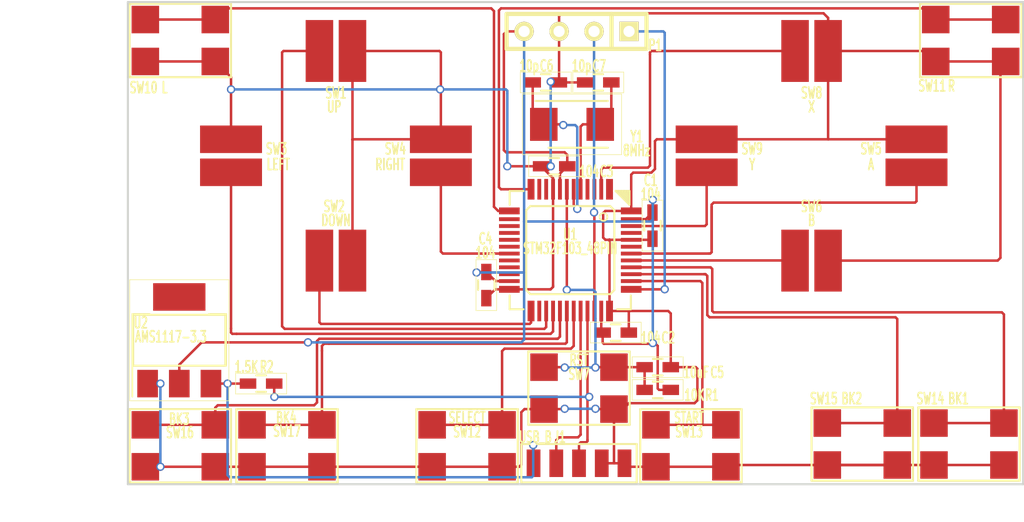
<source format=kicad_pcb>
(kicad_pcb (version 3) (host pcbnew "(22-Jun-2014 BZR 4027)-stable")

  (general
    (links 90)
    (no_connects 10)
    (area 210.440002 159.695786 285.439214 199.804)
    (thickness 1.6)
    (drawings 6)
    (tracks 373)
    (zones 0)
    (modules 31)
    (nets 27)
  )

  (page A3)
  (layers
    (15 F.Cu signal)
    (0 B.Cu signal)
    (16 B.Adhes user)
    (17 F.Adhes user)
    (18 B.Paste user)
    (19 F.Paste user)
    (20 B.SilkS user)
    (21 F.SilkS user)
    (22 B.Mask user)
    (23 F.Mask user)
    (24 Dwgs.User user)
    (25 Cmts.User user)
    (26 Eco1.User user)
    (27 Eco2.User user)
    (28 Edge.Cuts user)
  )

  (setup
    (last_trace_width 0.18)
    (trace_clearance 0.18)
    (zone_clearance 0.18)
    (zone_45_only no)
    (trace_min 0.18)
    (segment_width 0.2)
    (edge_width 0.15)
    (via_size 0.6)
    (via_drill 0.4)
    (via_min_size 0.6)
    (via_min_drill 0.4)
    (uvia_size 0.6)
    (uvia_drill 0.4)
    (uvias_allowed no)
    (uvia_min_size 0.6)
    (uvia_min_drill 0.4)
    (pcb_text_width 0.3)
    (pcb_text_size 1.5 1.5)
    (mod_edge_width 0.15)
    (mod_text_size 1.5 1.5)
    (mod_text_width 0.15)
    (pad_size 2 1)
    (pad_drill 0)
    (pad_to_mask_clearance 0.2)
    (aux_axis_origin 0 0)
    (visible_elements FFFFFFBF)
    (pcbplotparams
      (layerselection 536838145)
      (usegerberextensions true)
      (excludeedgelayer true)
      (linewidth 0.100000)
      (plotframeref false)
      (viasonmask false)
      (mode 1)
      (useauxorigin false)
      (hpglpennumber 1)
      (hpglpenspeed 20)
      (hpglpendiameter 15)
      (hpglpenoverlay 2)
      (psnegative false)
      (psa4output false)
      (plotreference true)
      (plotvalue true)
      (plotothertext true)
      (plotinvisibletext false)
      (padsonsilk false)
      (subtractmaskfromsilk false)
      (outputformat 1)
      (mirror false)
      (drillshape 0)
      (scaleselection 1)
      (outputdirectory gerber))
  )

  (net 0 "")
  (net 1 +3.3V)
  (net 2 +5V)
  (net 3 A)
  (net 4 B)
  (net 5 BK1)
  (net 6 BK2)
  (net 7 BK3)
  (net 8 BK4)
  (net 9 DOWN)
  (net 10 GND)
  (net 11 L)
  (net 12 LEFT)
  (net 13 R)
  (net 14 RIGHT)
  (net 15 RST)
  (net 16 SELECT)
  (net 17 START)
  (net 18 SWCLK)
  (net 19 SWDIO)
  (net 20 UP)
  (net 21 USB_DM)
  (net 22 USB_DP)
  (net 23 X)
  (net 24 X1)
  (net 25 X2)
  (net 26 Y)

  (net_class Default "This is the default net class."
    (clearance 0.18)
    (trace_width 0.18)
    (via_dia 0.6)
    (via_drill 0.4)
    (uvia_dia 0.6)
    (uvia_drill 0.4)
    (add_net "")
    (add_net +3.3V)
    (add_net +5V)
    (add_net A)
    (add_net B)
    (add_net BK1)
    (add_net BK2)
    (add_net BK3)
    (add_net BK4)
    (add_net DOWN)
    (add_net GND)
    (add_net L)
    (add_net LEFT)
    (add_net R)
    (add_net RIGHT)
    (add_net RST)
    (add_net SELECT)
    (add_net START)
    (add_net SWCLK)
    (add_net SWDIO)
    (add_net UP)
    (add_net USB_DM)
    (add_net USB_DP)
    (add_net X)
    (add_net X1)
    (add_net X2)
    (add_net Y)
  )

  (module MyFT_SOT-223 (layer F.Cu) (tedit 5A379D5D) (tstamp 5A376821)
    (at 223.8248 184.6072 90)
    (descr "module CMS SOT223 4 pins")
    (tags "CMS SOT")
    (path /5A25AF73)
    (attr smd)
    (fp_text reference U2 (at 1.27 -2.794 180) (layer F.SilkS)
      (effects (font (size 0.8 0.5) (thickness 0.125)))
    )
    (fp_text value AMS1117-3.3 (at 0.254 -0.6096 180) (layer F.SilkS)
      (effects (font (size 0.8 0.5) (thickness 0.125)))
    )
    (fp_line (start 1.91 3.41) (end 1.91 2.15) (layer F.SilkS) (width 0.12))
    (fp_line (start 1.91 -3.41) (end 1.91 -2.15) (layer F.SilkS) (width 0.12))
    (fp_line (start 4.4 -3.6) (end -4.4 -3.6) (layer F.SilkS) (width 0.05))
    (fp_line (start 4.4 3.6) (end 4.4 -3.6) (layer F.SilkS) (width 0.05))
    (fp_line (start -4.4 3.6) (end 4.4 3.6) (layer F.SilkS) (width 0.05))
    (fp_line (start -4.4 -3.6) (end -4.4 3.6) (layer F.SilkS) (width 0.05))
    (fp_line (start -1.85 -3.35) (end -1.85 3.35) (layer F.SilkS) (width 0.15))
    (fp_line (start -1.85 3.41) (end 1.91 3.41) (layer F.SilkS) (width 0.12))
    (fp_line (start -1.85 -3.35) (end 1.85 -3.35) (layer F.SilkS) (width 0.15))
    (fp_line (start -4.1 -3.41) (end 1.91 -3.41) (layer F.SilkS) (width 0.12))
    (fp_line (start -1.85 3.35) (end 1.85 3.35) (layer F.SilkS) (width 0.15))
    (fp_line (start 1.85 -3.35) (end 1.85 3.35) (layer F.SilkS) (width 0.15))
    (pad 4 smd rect (at 3.15 0 90) (size 2 3.8)
      (layers F.Cu F.Paste F.Mask)
    )
    (pad 2 smd rect (at -3.15 0 90) (size 2 1.5)
      (layers F.Cu F.Paste F.Mask)
      (net 1 +3.3V)
    )
    (pad 3 smd rect (at -3.15 2.3 90) (size 2 1.5)
      (layers F.Cu F.Paste F.Mask)
      (net 2 +5V)
    )
    (pad 1 smd rect (at -3.15 -2.3 90) (size 2 1.5)
      (layers F.Cu F.Paste F.Mask)
      (net 10 GND)
    )
    (model TO_SOT_Packages_SMD.3dshapes/SOT-223.wrl
      (at (xyz 0 0 0))
      (scale (xyz 0.4 0.4 0.4))
      (rotate (xyz 0 0 90))
    )
  )

  (module MyFT_R_0603 (layer F.Cu) (tedit 5A38CF84) (tstamp 5A37682D)
    (at 258.572 188.214 180)
    (descr "C 0603 Hand Soldering")
    (tags 0603)
    (path /5A24FAC4)
    (attr smd)
    (fp_text reference R1 (at -3.937 -0.381 180) (layer F.SilkS)
      (effects (font (size 0.8 0.5) (thickness 0.125)))
    )
    (fp_text value 10K (at -2.667 -0.381 180) (layer F.SilkS)
      (effects (font (size 0.8 0.5) (thickness 0.125)))
    )
    (fp_line (start -1.85 -0.75) (end 1.85 -0.75) (layer F.SilkS) (width 0.05))
    (fp_line (start -1.85 0.75) (end 1.85 0.75) (layer F.SilkS) (width 0.05))
    (fp_line (start -1.85 -0.75) (end -1.85 0.75) (layer F.SilkS) (width 0.05))
    (fp_line (start 1.85 -0.75) (end 1.85 0.75) (layer F.SilkS) (width 0.05))
    (fp_line (start -0.35 -0.6) (end 0.35 -0.6) (layer F.SilkS) (width 0.15))
    (fp_line (start 0.35 0.6) (end -0.35 0.6) (layer F.SilkS) (width 0.15))
    (pad 1 smd rect (at -0.95 0 180) (size 1.2 0.75)
      (layers F.Cu F.Paste F.Mask)
      (net 1 +3.3V)
    )
    (pad 2 smd rect (at 0.95 0 180) (size 1.2 0.75)
      (layers F.Cu F.Paste F.Mask)
      (net 15 RST)
    )
    (model Capacitors_SMD.3dshapes/C_0603_HandSoldering.wrl
      (at (xyz 0 0 0))
      (scale (xyz 1 1 1))
      (rotate (xyz 0 0 0))
    )
  )

  (module MyFT_DPAD_TB (layer F.Cu) (tedit 5A378FB1) (tstamp 5A37688D)
    (at 235.204 163.576)
    (descr "DPad Top Buttom")
    (tags "DPad Top Buttom")
    (path /5A250976)
    (fp_text reference SW1 (at 0 3.048) (layer F.SilkS)
      (effects (font (size 0.8 0.5) (thickness 0.125)))
    )
    (fp_text value UP (at -0.127 4.064) (layer F.SilkS)
      (effects (font (size 0.8 0.5) (thickness 0.125)))
    )
    (pad 2 smd rect (at 1.2 0) (size 2 4.5)
      (layers F.Cu F.Paste F.Mask)
      (net 10 GND)
    )
    (pad 1 smd rect (at -1.2 0) (size 2 4.5)
      (layers F.Cu F.Paste F.Mask)
      (net 20 UP)
    )
  )

  (module MyFT_DPAD_TB (layer F.Cu) (tedit 5A379028) (tstamp 5A376893)
    (at 269.748 163.576)
    (descr "DPad Top Buttom")
    (tags "DPad Top Buttom")
    (path /5A250BF9)
    (fp_text reference SW8 (at 0 3.048) (layer F.SilkS)
      (effects (font (size 0.8 0.5) (thickness 0.125)))
    )
    (fp_text value X (at 0 4.064) (layer F.SilkS)
      (effects (font (size 0.8 0.5) (thickness 0.125)))
    )
    (pad 2 smd rect (at 1.2 0) (size 2 4.5)
      (layers F.Cu F.Paste F.Mask)
      (net 10 GND)
    )
    (pad 1 smd rect (at -1.2 0) (size 2 4.5)
      (layers F.Cu F.Paste F.Mask)
      (net 23 X)
    )
  )

  (module MyFT_DPAD_TB (layer F.Cu) (tedit 5A379047) (tstamp 5A376899)
    (at 269.748 178.816)
    (descr "DPad Top Buttom")
    (tags "DPad Top Buttom")
    (path /5A250BF3)
    (fp_text reference SW6 (at 0 -3.937) (layer F.SilkS)
      (effects (font (size 0.8 0.5) (thickness 0.125)))
    )
    (fp_text value B (at 0 -2.921) (layer F.SilkS)
      (effects (font (size 0.8 0.5) (thickness 0.125)))
    )
    (pad 2 smd rect (at 1.2 0) (size 2 4.5)
      (layers F.Cu F.Paste F.Mask)
      (net 10 GND)
    )
    (pad 1 smd rect (at -1.2 0) (size 2 4.5)
      (layers F.Cu F.Paste F.Mask)
      (net 4 B)
    )
  )

  (module MyFT_DPAD_TB (layer F.Cu) (tedit 5A378FB7) (tstamp 5A37689F)
    (at 235.204 178.816)
    (descr "DPad Top Buttom")
    (tags "DPad Top Buttom")
    (path /5A2509BC)
    (fp_text reference SW2 (at -0.127 -3.937) (layer F.SilkS)
      (effects (font (size 0.8 0.5) (thickness 0.125)))
    )
    (fp_text value DOWN (at 0 -2.921) (layer F.SilkS)
      (effects (font (size 0.8 0.5) (thickness 0.125)))
    )
    (pad 2 smd rect (at 1.2 0) (size 2 4.5)
      (layers F.Cu F.Paste F.Mask)
      (net 10 GND)
    )
    (pad 1 smd rect (at -1.2 0) (size 2 4.5)
      (layers F.Cu F.Paste F.Mask)
      (net 9 DOWN)
    )
  )

  (module MyFT_DPAD_LR (layer F.Cu) (tedit 5A37903A) (tstamp 5A3768A5)
    (at 277.368 171.196)
    (descr "DPad Left Right")
    (tags "DPad Left Right")
    (path /5A250BED)
    (fp_text reference SW5 (at -3.302 -0.508) (layer F.SilkS)
      (effects (font (size 0.8 0.5) (thickness 0.125)))
    )
    (fp_text value A (at -3.302 0.635) (layer F.SilkS)
      (effects (font (size 0.8 0.5) (thickness 0.125)))
    )
    (pad 2 smd rect (at 0 -1.2) (size 4.5 2)
      (layers F.Cu F.Paste F.Mask)
      (net 10 GND)
    )
    (pad 1 smd rect (at 0 1.2) (size 4.5 2)
      (layers F.Cu F.Paste F.Mask)
      (net 3 A)
    )
  )

  (module MyFT_DPAD_LR (layer F.Cu) (tedit 5A378FC0) (tstamp 5A3768AB)
    (at 242.824 171.196)
    (descr "DPad Left Right")
    (tags "DPad Left Right")
    (path /5A250B0F)
    (fp_text reference SW4 (at -3.302 -0.508) (layer F.SilkS)
      (effects (font (size 0.8 0.5) (thickness 0.125)))
    )
    (fp_text value RIGHT (at -3.683 0.635) (layer F.SilkS)
      (effects (font (size 0.8 0.5) (thickness 0.125)))
    )
    (pad 2 smd rect (at 0 -1.2) (size 4.5 2)
      (layers F.Cu F.Paste F.Mask)
      (net 10 GND)
    )
    (pad 1 smd rect (at 0 1.2) (size 4.5 2)
      (layers F.Cu F.Paste F.Mask)
      (net 14 RIGHT)
    )
  )

  (module MyFT_DPAD_LR (layer F.Cu) (tedit 5A378FBC) (tstamp 5A3768B1)
    (at 227.584 171.196)
    (descr "DPad Left Right")
    (tags "DPad Left Right")
    (path /5A250B09)
    (fp_text reference SW3 (at 3.302 -0.508) (layer F.SilkS)
      (effects (font (size 0.8 0.5) (thickness 0.125)))
    )
    (fp_text value LEFT (at 3.429 0.635) (layer F.SilkS)
      (effects (font (size 0.8 0.5) (thickness 0.125)))
    )
    (pad 2 smd rect (at 0 -1.2) (size 4.5 2)
      (layers F.Cu F.Paste F.Mask)
      (net 10 GND)
    )
    (pad 1 smd rect (at 0 1.2) (size 4.5 2)
      (layers F.Cu F.Paste F.Mask)
      (net 12 LEFT)
    )
  )

  (module MyFT_DPAD_LR (layer F.Cu) (tedit 5A37901A) (tstamp 5A3768B7)
    (at 262.128 171.196)
    (descr "DPad Left Right")
    (tags "DPad Left Right")
    (path /5A250BFF)
    (fp_text reference SW9 (at 3.302 -0.508) (layer F.SilkS)
      (effects (font (size 0.8 0.5) (thickness 0.125)))
    )
    (fp_text value Y (at 3.302 0.635) (layer F.SilkS)
      (effects (font (size 0.8 0.5) (thickness 0.125)))
    )
    (pad 2 smd rect (at 0 -1.2) (size 4.5 2)
      (layers F.Cu F.Paste F.Mask)
      (net 10 GND)
    )
    (pad 1 smd rect (at 0 1.2) (size 4.5 2)
      (layers F.Cu F.Paste F.Mask)
      (net 26 Y)
    )
  )

  (module MyFT_Crystal_SMD_5032_2Pads (layer F.Cu) (tedit 5A38D000) (tstamp 5A3768C3)
    (at 252.349 168.91)
    (descr "Ceramic SMD crystal, 5.0x3.2mm, 2 Pads")
    (tags "crystal oscillator quartz SMD SMT 5032")
    (path /5A24FCB2)
    (attr smd)
    (fp_text reference Y1 (at 4.699 0.889) (layer F.SilkS)
      (effects (font (size 0.8 0.5) (thickness 0.125)))
    )
    (fp_text value 8MHz (at 4.699 1.905) (layer F.SilkS)
      (effects (font (size 0.8 0.5) (thickness 0.125)))
    )
    (fp_line (start 3.6 2.2) (end 3.6 -2.2) (layer F.SilkS) (width 0.05))
    (fp_line (start -3.6 2.2) (end 3.6 2.2) (layer F.SilkS) (width 0.05))
    (fp_line (start -3.6 -2.2) (end -3.6 2.2) (layer F.SilkS) (width 0.05))
    (fp_line (start 3.6 -2.2) (end -3.6 -2.2) (layer F.SilkS) (width 0.05))
    (fp_line (start 2.6 1.7) (end -1.7 1.7) (layer F.SilkS) (width 0.15))
    (fp_line (start -2.65 -1.7) (end 2.6 -1.7) (layer F.SilkS) (width 0.15))
    (pad 1 smd rect (at -2.05 0) (size 2 2.4)
      (layers F.Cu F.Paste F.Mask)
      (net 25 X2)
    )
    (pad 2 smd rect (at 2.05 0) (size 2 2.4)
      (layers F.Cu F.Paste F.Mask)
      (net 24 X1)
    )
    (model Crystals.3dshapes/Crystal_SMD_5032_2Pads.wrl
      (at (xyz 0 0 0))
      (scale (xyz 0.3937 0.3937 0.3937))
      (rotate (xyz 0 0 0))
    )
  )

  (module MyFT_C_0603 (layer F.Cu) (tedit 5A37953F) (tstamp 5A3768CF)
    (at 254.254 165.862 180)
    (descr "0603 Hand Soldering")
    (tags 0603)
    (path /5A24FD58)
    (attr smd)
    (fp_text reference C7 (at -0.0635 1.2065 180) (layer F.SilkS)
      (effects (font (size 0.8 0.5) (thickness 0.125)))
    )
    (fp_text value 10p (at 1.2065 1.2065 180) (layer F.SilkS)
      (effects (font (size 0.8 0.5) (thickness 0.125)))
    )
    (fp_line (start -1.85 -0.75) (end 1.85 -0.75) (layer F.SilkS) (width 0.05))
    (fp_line (start -1.85 0.75) (end 1.85 0.75) (layer F.SilkS) (width 0.05))
    (fp_line (start -1.85 -0.75) (end -1.85 0.75) (layer F.SilkS) (width 0.05))
    (fp_line (start 1.85 -0.75) (end 1.85 0.75) (layer F.SilkS) (width 0.05))
    (fp_line (start -0.35 -0.6) (end 0.35 -0.6) (layer F.SilkS) (width 0.15))
    (fp_line (start 0.35 0.6) (end -0.35 0.6) (layer F.SilkS) (width 0.15))
    (pad 1 smd rect (at -0.95 0 180) (size 1.2 0.75)
      (layers F.Cu F.Paste F.Mask)
      (net 24 X1)
    )
    (pad 2 smd rect (at 0.95 0 180) (size 1.2 0.75)
      (layers F.Cu F.Paste F.Mask)
      (net 10 GND)
    )
    (model Capacitors_SMD.3dshapes/C_0603_HandSoldering.wrl
      (at (xyz 0 0 0))
      (scale (xyz 1 1 1))
      (rotate (xyz 0 0 0))
    )
  )

  (module MyFT_C_0603 (layer F.Cu) (tedit 5A37953B) (tstamp 5A3768DB)
    (at 250.444 165.862)
    (descr "0603 Hand Soldering")
    (tags 0603)
    (path /5A24FD1F)
    (attr smd)
    (fp_text reference C6 (at 0.0635 -1.2065) (layer F.SilkS)
      (effects (font (size 0.8 0.5) (thickness 0.125)))
    )
    (fp_text value 10p (at -1.2065 -1.2065) (layer F.SilkS)
      (effects (font (size 0.8 0.5) (thickness 0.125)))
    )
    (fp_line (start -1.85 -0.75) (end 1.85 -0.75) (layer F.SilkS) (width 0.05))
    (fp_line (start -1.85 0.75) (end 1.85 0.75) (layer F.SilkS) (width 0.05))
    (fp_line (start -1.85 -0.75) (end -1.85 0.75) (layer F.SilkS) (width 0.05))
    (fp_line (start 1.85 -0.75) (end 1.85 0.75) (layer F.SilkS) (width 0.05))
    (fp_line (start -0.35 -0.6) (end 0.35 -0.6) (layer F.SilkS) (width 0.15))
    (fp_line (start 0.35 0.6) (end -0.35 0.6) (layer F.SilkS) (width 0.15))
    (pad 1 smd rect (at -0.95 0) (size 1.2 0.75)
      (layers F.Cu F.Paste F.Mask)
      (net 25 X2)
    )
    (pad 2 smd rect (at 0.95 0) (size 1.2 0.75)
      (layers F.Cu F.Paste F.Mask)
      (net 10 GND)
    )
    (model Capacitors_SMD.3dshapes/C_0603_HandSoldering.wrl
      (at (xyz 0 0 0))
      (scale (xyz 1 1 1))
      (rotate (xyz 0 0 0))
    )
  )

  (module MyFT_C_0603 (layer F.Cu) (tedit 5A38CF77) (tstamp 5A3768E7)
    (at 258.572 186.563)
    (descr "0603 Hand Soldering")
    (tags 0603)
    (path /5A24FA7D)
    (attr smd)
    (fp_text reference C5 (at 4.318 0.381) (layer F.SilkS)
      (effects (font (size 0.8 0.5) (thickness 0.125)))
    )
    (fp_text value 10uF (at 2.794 0.381) (layer F.SilkS)
      (effects (font (size 0.8 0.5) (thickness 0.125)))
    )
    (fp_line (start -1.85 -0.75) (end 1.85 -0.75) (layer F.SilkS) (width 0.05))
    (fp_line (start -1.85 0.75) (end 1.85 0.75) (layer F.SilkS) (width 0.05))
    (fp_line (start -1.85 -0.75) (end -1.85 0.75) (layer F.SilkS) (width 0.05))
    (fp_line (start 1.85 -0.75) (end 1.85 0.75) (layer F.SilkS) (width 0.05))
    (fp_line (start -0.35 -0.6) (end 0.35 -0.6) (layer F.SilkS) (width 0.15))
    (fp_line (start 0.35 0.6) (end -0.35 0.6) (layer F.SilkS) (width 0.15))
    (pad 1 smd rect (at -0.95 0) (size 1.2 0.75)
      (layers F.Cu F.Paste F.Mask)
      (net 15 RST)
    )
    (pad 2 smd rect (at 0.95 0) (size 1.2 0.75)
      (layers F.Cu F.Paste F.Mask)
      (net 10 GND)
    )
    (model Capacitors_SMD.3dshapes/C_0603_HandSoldering.wrl
      (at (xyz 0 0 0))
      (scale (xyz 1 1 1))
      (rotate (xyz 0 0 0))
    )
  )

  (module MyFT_C_0603 (layer F.Cu) (tedit 5A3795A5) (tstamp 5A3768F3)
    (at 246.126 180.594 270)
    (descr "0603 Hand Soldering")
    (tags 0603)
    (path /5A24F80F)
    (attr smd)
    (fp_text reference C4 (at -3.3655 0.0635 360) (layer F.SilkS)
      (effects (font (size 0.8 0.5) (thickness 0.125)))
    )
    (fp_text value 104 (at -2.3495 0.0635 360) (layer F.SilkS)
      (effects (font (size 0.8 0.5) (thickness 0.125)))
    )
    (fp_line (start -1.85 -0.75) (end 1.85 -0.75) (layer F.SilkS) (width 0.05))
    (fp_line (start -1.85 0.75) (end 1.85 0.75) (layer F.SilkS) (width 0.05))
    (fp_line (start -1.85 -0.75) (end -1.85 0.75) (layer F.SilkS) (width 0.05))
    (fp_line (start 1.85 -0.75) (end 1.85 0.75) (layer F.SilkS) (width 0.05))
    (fp_line (start -0.35 -0.6) (end 0.35 -0.6) (layer F.SilkS) (width 0.15))
    (fp_line (start 0.35 0.6) (end -0.35 0.6) (layer F.SilkS) (width 0.15))
    (pad 1 smd rect (at -0.95 0 270) (size 1.2 0.75)
      (layers F.Cu F.Paste F.Mask)
      (net 1 +3.3V)
    )
    (pad 2 smd rect (at 0.95 0 270) (size 1.2 0.75)
      (layers F.Cu F.Paste F.Mask)
      (net 10 GND)
    )
    (model Capacitors_SMD.3dshapes/C_0603_HandSoldering.wrl
      (at (xyz 0 0 0))
      (scale (xyz 1 1 1))
      (rotate (xyz 0 0 0))
    )
  )

  (module MyFT_C_0603 (layer F.Cu) (tedit 5A38CFE0) (tstamp 5A3768FF)
    (at 251.0536 171.958 180)
    (descr "0603 Hand Soldering")
    (tags 0603)
    (path /5A24F7F2)
    (attr smd)
    (fp_text reference C3 (at -3.81 -0.381 180) (layer F.SilkS)
      (effects (font (size 0.8 0.5) (thickness 0.125)))
    )
    (fp_text value 104 (at -2.54 -0.381 180) (layer F.SilkS)
      (effects (font (size 0.8 0.5) (thickness 0.125)))
    )
    (fp_line (start -1.85 -0.75) (end 1.85 -0.75) (layer F.SilkS) (width 0.05))
    (fp_line (start -1.85 0.75) (end 1.85 0.75) (layer F.SilkS) (width 0.05))
    (fp_line (start -1.85 -0.75) (end -1.85 0.75) (layer F.SilkS) (width 0.05))
    (fp_line (start 1.85 -0.75) (end 1.85 0.75) (layer F.SilkS) (width 0.05))
    (fp_line (start -0.35 -0.6) (end 0.35 -0.6) (layer F.SilkS) (width 0.15))
    (fp_line (start 0.35 0.6) (end -0.35 0.6) (layer F.SilkS) (width 0.15))
    (pad 1 smd rect (at -0.95 0 180) (size 1.2 0.75)
      (layers F.Cu F.Paste F.Mask)
      (net 1 +3.3V)
    )
    (pad 2 smd rect (at 0.95 0 180) (size 1.2 0.75)
      (layers F.Cu F.Paste F.Mask)
      (net 10 GND)
    )
    (model Capacitors_SMD.3dshapes/C_0603_HandSoldering.wrl
      (at (xyz 0 0 0))
      (scale (xyz 1 1 1))
      (rotate (xyz 0 0 0))
    )
  )

  (module MyFT_C_0603 (layer F.Cu) (tedit 5A38CF73) (tstamp 5A37690B)
    (at 255.524 184.0484)
    (descr "0603 Hand Soldering")
    (tags 0603)
    (path /5A24F7D7)
    (attr smd)
    (fp_text reference C2 (at 3.81 0.381) (layer F.SilkS)
      (effects (font (size 0.8 0.5) (thickness 0.125)))
    )
    (fp_text value 104 (at 2.54 0.381) (layer F.SilkS)
      (effects (font (size 0.8 0.5) (thickness 0.125)))
    )
    (fp_line (start -1.85 -0.75) (end 1.85 -0.75) (layer F.SilkS) (width 0.05))
    (fp_line (start -1.85 0.75) (end 1.85 0.75) (layer F.SilkS) (width 0.05))
    (fp_line (start -1.85 -0.75) (end -1.85 0.75) (layer F.SilkS) (width 0.05))
    (fp_line (start 1.85 -0.75) (end 1.85 0.75) (layer F.SilkS) (width 0.05))
    (fp_line (start -0.35 -0.6) (end 0.35 -0.6) (layer F.SilkS) (width 0.15))
    (fp_line (start 0.35 0.6) (end -0.35 0.6) (layer F.SilkS) (width 0.15))
    (pad 1 smd rect (at -0.95 0) (size 1.2 0.75)
      (layers F.Cu F.Paste F.Mask)
      (net 1 +3.3V)
    )
    (pad 2 smd rect (at 0.95 0) (size 1.2 0.75)
      (layers F.Cu F.Paste F.Mask)
      (net 10 GND)
    )
    (model Capacitors_SMD.3dshapes/C_0603_HandSoldering.wrl
      (at (xyz 0 0 0))
      (scale (xyz 1 1 1))
      (rotate (xyz 0 0 0))
    )
  )

  (module MyFT_C_0603 (layer F.Cu) (tedit 5A38CF90) (tstamp 5A376917)
    (at 258.191 176.276 270)
    (descr "0603 Hand Soldering")
    (tags 0603)
    (path /5A24F7A6)
    (attr smd)
    (fp_text reference C1 (at -3.302 0.127 360) (layer F.SilkS)
      (effects (font (size 0.8 0.5) (thickness 0.125)))
    )
    (fp_text value 104 (at -2.286 0.127 360) (layer F.SilkS)
      (effects (font (size 0.8 0.5) (thickness 0.125)))
    )
    (fp_line (start -1.85 -0.75) (end 1.85 -0.75) (layer F.SilkS) (width 0.05))
    (fp_line (start -1.85 0.75) (end 1.85 0.75) (layer F.SilkS) (width 0.05))
    (fp_line (start -1.85 -0.75) (end -1.85 0.75) (layer F.SilkS) (width 0.05))
    (fp_line (start 1.85 -0.75) (end 1.85 0.75) (layer F.SilkS) (width 0.05))
    (fp_line (start -0.35 -0.6) (end 0.35 -0.6) (layer F.SilkS) (width 0.15))
    (fp_line (start 0.35 0.6) (end -0.35 0.6) (layer F.SilkS) (width 0.15))
    (pad 1 smd rect (at -0.95 0 270) (size 1.2 0.75)
      (layers F.Cu F.Paste F.Mask)
      (net 1 +3.3V)
    )
    (pad 2 smd rect (at 0.95 0 270) (size 1.2 0.75)
      (layers F.Cu F.Paste F.Mask)
      (net 10 GND)
    )
    (model Capacitors_SMD.3dshapes/C_0603_HandSoldering.wrl
      (at (xyz 0 0 0))
      (scale (xyz 1 1 1))
      (rotate (xyz 0 0 0))
    )
  )

  (module MyFT_4.5x4.5_SMD (layer F.Cu) (tedit 5A379349) (tstamp 5A377938)
    (at 252.857 188.087)
    (descr 4.5x4.5_SMD)
    (tags 4.5x4.5_SMD)
    (path /5A24FB0F)
    (attr smd)
    (fp_text reference SW7 (at 0 -1.016) (layer F.SilkS)
      (effects (font (size 0.8 0.5) (thickness 0.125)))
    )
    (fp_text value RST (at 0 -2.032) (layer F.SilkS)
      (effects (font (size 0.8 0.5) (thickness 0.125)))
    )
    (fp_line (start -3.683 -2.667) (end 3.683 -2.667) (layer F.SilkS) (width 0.15))
    (fp_line (start 3.683 -2.667) (end 3.683 2.667) (layer F.SilkS) (width 0.15))
    (fp_line (start 3.683 2.667) (end -3.683 2.667) (layer F.SilkS) (width 0.15))
    (fp_line (start -3.683 2.667) (end -3.683 -2.667) (layer F.SilkS) (width 0.15))
    (pad 2 smd rect (at -2.54 1.524) (size 2 2)
      (layers F.Cu F.Paste F.Mask)
      (net 10 GND)
    )
    (pad 1 smd rect (at -2.54 -1.524) (size 2 2)
      (layers F.Cu F.Paste F.Mask)
      (net 15 RST)
    )
    (pad 1 smd rect (at 2.54 -1.524) (size 2 2)
      (layers F.Cu F.Paste F.Mask)
      (net 15 RST)
    )
    (pad 2 smd rect (at 2.54 1.524) (size 2 2)
      (layers F.Cu F.Paste F.Mask)
      (net 10 GND)
    )
    (model Buttons_Switches_SMD.3dshapes/SW_SPST_PTS645.wrl
      (at (xyz 0 0 0))
      (scale (xyz 1 1 1))
      (rotate (xyz 0 0 0))
    )
  )

  (module MyFT_4.5x4.5_SMD (layer F.Cu) (tedit 5A378F44) (tstamp 5A377944)
    (at 223.901 162.814)
    (descr 4.5x4.5_SMD)
    (tags 4.5x4.5_SMD)
    (path /5A2511F1)
    (attr smd)
    (fp_text reference SW10 (at -2.667 3.429) (layer F.SilkS)
      (effects (font (size 0.8 0.5) (thickness 0.125)))
    )
    (fp_text value L (at -1.143 3.429) (layer F.SilkS)
      (effects (font (size 0.8 0.5) (thickness 0.125)))
    )
    (fp_line (start -3.683 -2.667) (end 3.683 -2.667) (layer F.SilkS) (width 0.15))
    (fp_line (start 3.683 -2.667) (end 3.683 2.667) (layer F.SilkS) (width 0.15))
    (fp_line (start 3.683 2.667) (end -3.683 2.667) (layer F.SilkS) (width 0.15))
    (fp_line (start -3.683 2.667) (end -3.683 -2.667) (layer F.SilkS) (width 0.15))
    (pad 2 smd rect (at -2.54 1.524) (size 2 2)
      (layers F.Cu F.Paste F.Mask)
      (net 10 GND)
    )
    (pad 1 smd rect (at -2.54 -1.524) (size 2 2)
      (layers F.Cu F.Paste F.Mask)
      (net 11 L)
    )
    (pad 1 smd rect (at 2.54 -1.524) (size 2 2)
      (layers F.Cu F.Paste F.Mask)
      (net 11 L)
    )
    (pad 2 smd rect (at 2.54 1.524) (size 2 2)
      (layers F.Cu F.Paste F.Mask)
      (net 10 GND)
    )
    (model Buttons_Switches_SMD.3dshapes/SW_SPST_PTS645.wrl
      (at (xyz 0 0 0))
      (scale (xyz 1 1 1))
      (rotate (xyz 0 0 0))
    )
  )

  (module MyFT_4.5x4.5_SMD (layer F.Cu) (tedit 5A379008) (tstamp 5A377950)
    (at 281.305 162.814)
    (descr 4.5x4.5_SMD)
    (tags 4.5x4.5_SMD)
    (path /5A2511F7)
    (attr smd)
    (fp_text reference SW11 (at -2.794 3.302) (layer F.SilkS)
      (effects (font (size 0.8 0.5) (thickness 0.125)))
    )
    (fp_text value R (at -1.397 3.302) (layer F.SilkS)
      (effects (font (size 0.8 0.5) (thickness 0.125)))
    )
    (fp_line (start -3.683 -2.667) (end 3.683 -2.667) (layer F.SilkS) (width 0.15))
    (fp_line (start 3.683 -2.667) (end 3.683 2.667) (layer F.SilkS) (width 0.15))
    (fp_line (start 3.683 2.667) (end -3.683 2.667) (layer F.SilkS) (width 0.15))
    (fp_line (start -3.683 2.667) (end -3.683 -2.667) (layer F.SilkS) (width 0.15))
    (pad 2 smd rect (at -2.54 1.524) (size 2 2)
      (layers F.Cu F.Paste F.Mask)
      (net 10 GND)
    )
    (pad 1 smd rect (at -2.54 -1.524) (size 2 2)
      (layers F.Cu F.Paste F.Mask)
      (net 13 R)
    )
    (pad 1 smd rect (at 2.54 -1.524) (size 2 2)
      (layers F.Cu F.Paste F.Mask)
      (net 13 R)
    )
    (pad 2 smd rect (at 2.54 1.524) (size 2 2)
      (layers F.Cu F.Paste F.Mask)
      (net 10 GND)
    )
    (model Buttons_Switches_SMD.3dshapes/SW_SPST_PTS645.wrl
      (at (xyz 0 0 0))
      (scale (xyz 1 1 1))
      (rotate (xyz 0 0 0))
    )
  )

  (module MyFT_4.5x4.5_SMD (layer F.Cu) (tedit 5A379360) (tstamp 5A37795C)
    (at 244.729 192.278)
    (descr 4.5x4.5_SMD)
    (tags 4.5x4.5_SMD)
    (path /5A2511FD)
    (attr smd)
    (fp_text reference SW12 (at 0 -1.016) (layer F.SilkS)
      (effects (font (size 0.8 0.5) (thickness 0.125)))
    )
    (fp_text value SELECT (at 0 -2.032) (layer F.SilkS)
      (effects (font (size 0.8 0.5) (thickness 0.125)))
    )
    (fp_line (start -3.683 -2.667) (end 3.683 -2.667) (layer F.SilkS) (width 0.15))
    (fp_line (start 3.683 -2.667) (end 3.683 2.667) (layer F.SilkS) (width 0.15))
    (fp_line (start 3.683 2.667) (end -3.683 2.667) (layer F.SilkS) (width 0.15))
    (fp_line (start -3.683 2.667) (end -3.683 -2.667) (layer F.SilkS) (width 0.15))
    (pad 2 smd rect (at -2.54 1.524) (size 2 2)
      (layers F.Cu F.Paste F.Mask)
      (net 10 GND)
    )
    (pad 1 smd rect (at -2.54 -1.524) (size 2 2)
      (layers F.Cu F.Paste F.Mask)
      (net 16 SELECT)
    )
    (pad 1 smd rect (at 2.54 -1.524) (size 2 2)
      (layers F.Cu F.Paste F.Mask)
      (net 16 SELECT)
    )
    (pad 2 smd rect (at 2.54 1.524) (size 2 2)
      (layers F.Cu F.Paste F.Mask)
      (net 10 GND)
    )
    (model Buttons_Switches_SMD.3dshapes/SW_SPST_PTS645.wrl
      (at (xyz 0 0 0))
      (scale (xyz 1 1 1))
      (rotate (xyz 0 0 0))
    )
  )

  (module MyFT_4.5x4.5_SMD (layer F.Cu) (tedit 5A37934F) (tstamp 5A377968)
    (at 260.985 192.278)
    (descr 4.5x4.5_SMD)
    (tags 4.5x4.5_SMD)
    (path /5A251203)
    (attr smd)
    (fp_text reference SW13 (at -0.127 -1.016) (layer F.SilkS)
      (effects (font (size 0.8 0.5) (thickness 0.125)))
    )
    (fp_text value START (at -0.127 -2.032) (layer F.SilkS)
      (effects (font (size 0.8 0.5) (thickness 0.125)))
    )
    (fp_line (start -3.683 -2.667) (end 3.683 -2.667) (layer F.SilkS) (width 0.15))
    (fp_line (start 3.683 -2.667) (end 3.683 2.667) (layer F.SilkS) (width 0.15))
    (fp_line (start 3.683 2.667) (end -3.683 2.667) (layer F.SilkS) (width 0.15))
    (fp_line (start -3.683 2.667) (end -3.683 -2.667) (layer F.SilkS) (width 0.15))
    (pad 2 smd rect (at -2.54 1.524) (size 2 2)
      (layers F.Cu F.Paste F.Mask)
      (net 10 GND)
    )
    (pad 1 smd rect (at -2.54 -1.524) (size 2 2)
      (layers F.Cu F.Paste F.Mask)
      (net 17 START)
    )
    (pad 1 smd rect (at 2.54 -1.524) (size 2 2)
      (layers F.Cu F.Paste F.Mask)
      (net 17 START)
    )
    (pad 2 smd rect (at 2.54 1.524) (size 2 2)
      (layers F.Cu F.Paste F.Mask)
      (net 10 GND)
    )
    (model Buttons_Switches_SMD.3dshapes/SW_SPST_PTS645.wrl
      (at (xyz 0 0 0))
      (scale (xyz 1 1 1))
      (rotate (xyz 0 0 0))
    )
  )

  (module MyFT_4.5x4.5_SMD (layer F.Cu) (tedit 5A378F2F) (tstamp 5A377974)
    (at 281.178 192.151)
    (descr 4.5x4.5_SMD)
    (tags 4.5x4.5_SMD)
    (path /5A25156F)
    (attr smd)
    (fp_text reference SW14 (at -2.794 -3.302) (layer F.SilkS)
      (effects (font (size 0.8 0.5) (thickness 0.125)))
    )
    (fp_text value BK1 (at -0.762 -3.302) (layer F.SilkS)
      (effects (font (size 0.8 0.5) (thickness 0.125)))
    )
    (fp_line (start -3.683 -2.667) (end 3.683 -2.667) (layer F.SilkS) (width 0.15))
    (fp_line (start 3.683 -2.667) (end 3.683 2.667) (layer F.SilkS) (width 0.15))
    (fp_line (start 3.683 2.667) (end -3.683 2.667) (layer F.SilkS) (width 0.15))
    (fp_line (start -3.683 2.667) (end -3.683 -2.667) (layer F.SilkS) (width 0.15))
    (pad 2 smd rect (at -2.54 1.524) (size 2 2)
      (layers F.Cu F.Paste F.Mask)
      (net 10 GND)
    )
    (pad 1 smd rect (at -2.54 -1.524) (size 2 2)
      (layers F.Cu F.Paste F.Mask)
      (net 5 BK1)
    )
    (pad 1 smd rect (at 2.54 -1.524) (size 2 2)
      (layers F.Cu F.Paste F.Mask)
      (net 5 BK1)
    )
    (pad 2 smd rect (at 2.54 1.524) (size 2 2)
      (layers F.Cu F.Paste F.Mask)
      (net 10 GND)
    )
    (model Buttons_Switches_SMD.3dshapes/SW_SPST_PTS645.wrl
      (at (xyz 0 0 0))
      (scale (xyz 1 1 1))
      (rotate (xyz 0 0 0))
    )
  )

  (module MyFT_4.5x4.5_SMD (layer F.Cu) (tedit 5A378F1E) (tstamp 5A377980)
    (at 273.431 192.151)
    (descr 4.5x4.5_SMD)
    (tags 4.5x4.5_SMD)
    (path /5A251575)
    (attr smd)
    (fp_text reference SW15 (at -2.794 -3.302) (layer F.SilkS)
      (effects (font (size 0.8 0.5) (thickness 0.125)))
    )
    (fp_text value BK2 (at -0.762 -3.302) (layer F.SilkS)
      (effects (font (size 0.8 0.5) (thickness 0.125)))
    )
    (fp_line (start -3.683 -2.667) (end 3.683 -2.667) (layer F.SilkS) (width 0.15))
    (fp_line (start 3.683 -2.667) (end 3.683 2.667) (layer F.SilkS) (width 0.15))
    (fp_line (start 3.683 2.667) (end -3.683 2.667) (layer F.SilkS) (width 0.15))
    (fp_line (start -3.683 2.667) (end -3.683 -2.667) (layer F.SilkS) (width 0.15))
    (pad 2 smd rect (at -2.54 1.524) (size 2 2)
      (layers F.Cu F.Paste F.Mask)
      (net 10 GND)
    )
    (pad 1 smd rect (at -2.54 -1.524) (size 2 2)
      (layers F.Cu F.Paste F.Mask)
      (net 6 BK2)
    )
    (pad 1 smd rect (at 2.54 -1.524) (size 2 2)
      (layers F.Cu F.Paste F.Mask)
      (net 6 BK2)
    )
    (pad 2 smd rect (at 2.54 1.524) (size 2 2)
      (layers F.Cu F.Paste F.Mask)
      (net 10 GND)
    )
    (model Buttons_Switches_SMD.3dshapes/SW_SPST_PTS645.wrl
      (at (xyz 0 0 0))
      (scale (xyz 1 1 1))
      (rotate (xyz 0 0 0))
    )
  )

  (module MyFT_4.5x4.5_SMD (layer F.Cu) (tedit 5A379D45) (tstamp 5A37798C)
    (at 223.901 192.278)
    (descr 4.5x4.5_SMD)
    (tags 4.5x4.5_SMD)
    (path /5A25157B)
    (attr smd)
    (fp_text reference SW16 (at -0.0254 -0.9652) (layer F.SilkS)
      (effects (font (size 0.8 0.5) (thickness 0.125)))
    )
    (fp_text value BK3 (at -0.0762 -1.9304) (layer F.SilkS)
      (effects (font (size 0.8 0.5) (thickness 0.125)))
    )
    (fp_line (start -3.683 -2.667) (end 3.683 -2.667) (layer F.SilkS) (width 0.15))
    (fp_line (start 3.683 -2.667) (end 3.683 2.667) (layer F.SilkS) (width 0.15))
    (fp_line (start 3.683 2.667) (end -3.683 2.667) (layer F.SilkS) (width 0.15))
    (fp_line (start -3.683 2.667) (end -3.683 -2.667) (layer F.SilkS) (width 0.15))
    (pad 2 smd rect (at -2.54 1.524) (size 2 2)
      (layers F.Cu F.Paste F.Mask)
      (net 10 GND)
    )
    (pad 1 smd rect (at -2.54 -1.524) (size 2 2)
      (layers F.Cu F.Paste F.Mask)
      (net 7 BK3)
    )
    (pad 1 smd rect (at 2.54 -1.524) (size 2 2)
      (layers F.Cu F.Paste F.Mask)
      (net 7 BK3)
    )
    (pad 2 smd rect (at 2.54 1.524) (size 2 2)
      (layers F.Cu F.Paste F.Mask)
      (net 10 GND)
    )
    (model Buttons_Switches_SMD.3dshapes/SW_SPST_PTS645.wrl
      (at (xyz 0 0 0))
      (scale (xyz 1 1 1))
      (rotate (xyz 0 0 0))
    )
  )

  (module MyFT_4.5x4.5_SMD (layer F.Cu) (tedit 5A379D4C) (tstamp 5A377998)
    (at 231.648 192.278)
    (descr 4.5x4.5_SMD)
    (tags 4.5x4.5_SMD)
    (path /5A251581)
    (attr smd)
    (fp_text reference SW17 (at 0 -1.0668) (layer F.SilkS)
      (effects (font (size 0.8 0.5) (thickness 0.125)))
    )
    (fp_text value BK4 (at -0.0508 -2.032) (layer F.SilkS)
      (effects (font (size 0.8 0.5) (thickness 0.125)))
    )
    (fp_line (start -3.683 -2.667) (end 3.683 -2.667) (layer F.SilkS) (width 0.15))
    (fp_line (start 3.683 -2.667) (end 3.683 2.667) (layer F.SilkS) (width 0.15))
    (fp_line (start 3.683 2.667) (end -3.683 2.667) (layer F.SilkS) (width 0.15))
    (fp_line (start -3.683 2.667) (end -3.683 -2.667) (layer F.SilkS) (width 0.15))
    (pad 2 smd rect (at -2.54 1.524) (size 2 2)
      (layers F.Cu F.Paste F.Mask)
      (net 10 GND)
    )
    (pad 1 smd rect (at -2.54 -1.524) (size 2 2)
      (layers F.Cu F.Paste F.Mask)
      (net 8 BK4)
    )
    (pad 1 smd rect (at 2.54 -1.524) (size 2 2)
      (layers F.Cu F.Paste F.Mask)
      (net 8 BK4)
    )
    (pad 2 smd rect (at 2.54 1.524) (size 2 2)
      (layers F.Cu F.Paste F.Mask)
      (net 10 GND)
    )
    (model Buttons_Switches_SMD.3dshapes/SW_SPST_PTS645.wrl
      (at (xyz 0 0 0))
      (scale (xyz 1 1 1))
      (rotate (xyz 0 0 0))
    )
  )

  (module MyFT_USB_Mini_B_PIN_ONLY (layer F.Cu) (tedit 5A3795F5) (tstamp 5A379893)
    (at 252.984 193.548)
    (descr "USB Mini-B 5-pin SMD connector")
    (tags "USB USB_B USB_Mini connector")
    (path /5A24FF7B)
    (attr smd)
    (fp_text reference J1 (at -1.524 -1.905) (layer F.SilkS)
      (effects (font (size 0.8 0.5) (thickness 0.125)))
    )
    (fp_text value USB_B (at -3.302 -1.905) (layer F.SilkS)
      (effects (font (size 0.8 0.5) (thickness 0.125)))
    )
    (fp_line (start -4.318 -1.397) (end 4.064 -1.397) (layer F.SilkS) (width 0.15))
    (fp_line (start 4.064 -1.397) (end 4.064 1.397) (layer F.SilkS) (width 0.15))
    (fp_line (start 4.064 1.397) (end -4.318 1.397) (layer F.SilkS) (width 0.15))
    (fp_line (start -4.318 1.397) (end -4.318 -1.397) (layer F.SilkS) (width 0.15))
    (pad 1 smd rect (at -3.429 0 90) (size 2 1)
      (layers F.Cu F.Paste F.Mask)
      (net 2 +5V)
    )
    (pad 2 smd rect (at -1.778 0 90) (size 2 1)
      (layers F.Cu F.Paste F.Mask)
      (net 21 USB_DM)
    )
    (pad 3 smd rect (at -0.127 0 90) (size 2 1)
      (layers F.Cu F.Paste F.Mask)
      (net 22 USB_DP)
    )
    (pad 4 smd rect (at 1.524 0 90) (size 2 1)
      (layers F.Cu F.Paste F.Mask)
      (net 10 GND)
    )
    (pad 5 smd rect (at 3.175 0 90) (size 2 1)
      (layers F.Cu F.Paste F.Mask)
      (net 10 GND)
    )
  )

  (module SIL-4 (layer F.Cu) (tedit 5A38CFF7) (tstamp 5A38A0E2)
    (at 252.6792 162.1536 180)
    (descr "Connecteur 4 pibs")
    (tags "CONN DEV")
    (path /5A38A19D)
    (fp_text reference P1 (at -5.715 -1.016 180) (layer F.SilkS)
      (effects (font (size 0.8 0.5) (thickness 0.125)))
    )
    (fp_text value CONN_4 (at 0 -2.54 180) (layer F.SilkS) hide
      (effects (font (size 1.524 1.016) (thickness 0.3048)))
    )
    (fp_line (start -5.08 -1.27) (end -5.08 -1.27) (layer F.SilkS) (width 0.3048))
    (fp_line (start -5.08 1.27) (end -5.08 -1.27) (layer F.SilkS) (width 0.3048))
    (fp_line (start -5.08 -1.27) (end -5.08 -1.27) (layer F.SilkS) (width 0.3048))
    (fp_line (start -5.08 -1.27) (end 5.08 -1.27) (layer F.SilkS) (width 0.3048))
    (fp_line (start 5.08 -1.27) (end 5.08 1.27) (layer F.SilkS) (width 0.3048))
    (fp_line (start 5.08 1.27) (end -5.08 1.27) (layer F.SilkS) (width 0.3048))
    (fp_line (start -2.54 1.27) (end -2.54 -1.27) (layer F.SilkS) (width 0.3048))
    (pad 1 thru_hole rect (at -3.81 0 180) (size 1.397 1.397) (drill 0.8128)
      (layers *.Cu *.Mask F.SilkS)
      (net 18 SWCLK)
    )
    (pad 2 thru_hole circle (at -1.27 0 180) (size 1.397 1.397) (drill 0.8128)
      (layers *.Cu *.Mask F.SilkS)
      (net 19 SWDIO)
    )
    (pad 3 thru_hole circle (at 1.27 0 180) (size 1.397 1.397) (drill 0.8128)
      (layers *.Cu *.Mask F.SilkS)
      (net 10 GND)
    )
    (pad 4 thru_hole circle (at 3.81 0 180) (size 1.397 1.397) (drill 0.8128)
      (layers *.Cu *.Mask F.SilkS)
      (net 1 +3.3V)
    )
  )

  (module MyFT_LQFP-48-1EP_7x7mm_Pitch0.5mm (layer F.Cu) (tedit 5A38D019) (tstamp 5A38D21A)
    (at 252.222 178.054 180)
    (descr "LQFP-48 package, 7x7mm, 0.5mm pitch, according to NXP specifications")
    (path /5A24F5A1)
    (clearance 0.1)
    (attr smd)
    (fp_text reference U1 (at 0 1.143 180) (layer F.SilkS)
      (effects (font (size 0.8 0.5) (thickness 0.125)))
    )
    (fp_text value STM32F103_48PIN (at 0 0.127 180) (layer F.SilkS)
      (effects (font (size 0.8 0.5) (thickness 0.125)))
    )
    (fp_line (start -2.8 3.2) (end -2.9 3.2) (layer F.SilkS) (width 0.15))
    (fp_line (start -2.9 3.2) (end -3.2 2.9) (layer F.SilkS) (width 0.15))
    (fp_line (start -3.2 2.9) (end -3.2 -2.9) (layer F.SilkS) (width 0.15))
    (fp_line (start -3.2 -2.9) (end -2.9 -3.2) (layer F.SilkS) (width 0.15))
    (fp_line (start -2.9 -3.2) (end 2.9 -3.2) (layer F.SilkS) (width 0.15))
    (fp_line (start 2.9 -3.2) (end 3.2 -2.9) (layer F.SilkS) (width 0.15))
    (fp_line (start 3.2 -2.9) (end 3.2 2.9) (layer F.SilkS) (width 0.15))
    (fp_line (start 3.2 2.9) (end 2.9 3.2) (layer F.SilkS) (width 0.15))
    (fp_line (start 2.9 3.2) (end -2.8 3.2) (layer F.SilkS) (width 0.15))
    (fp_line (start -4.29956 4.0989) (end -4.0989 4.29956) (layer F.SilkS) (width 0.14986))
    (fp_line (start -3.90078 4.29956) (end -4.29956 3.90078) (layer F.SilkS) (width 0.14986))
    (fp_line (start -4.29956 3.70012) (end -3.70012 4.29956) (layer F.SilkS) (width 0.14986))
    (fp_line (start -3.49946 4.29956) (end -4.29956 3.49946) (layer F.SilkS) (width 0.14986))
    (fp_line (start -3.2988 4.29956) (end -4.29956 4.29956) (layer F.SilkS) (width 0.14986))
    (fp_line (start -4.29956 4.29956) (end -4.29956 3.2988) (layer F.SilkS) (width 0.14986))
    (fp_line (start -4.29956 3.2988) (end -3.2988 4.29956) (layer F.SilkS) (width 0.14986))
    (fp_line (start 4.39956 3.2988) (end 4.39956 4.29956) (layer F.SilkS) (width 0.14986))
    (fp_line (start 4.39956 4.29956) (end 3.3988 4.29956) (layer F.SilkS) (width 0.14986))
    (fp_line (start 3.3988 -4.29956) (end 4.39956 -4.29956) (layer F.SilkS) (width 0.14986))
    (fp_line (start 4.39956 -4.29956) (end 4.39956 -3.2988) (layer F.SilkS) (width 0.14986))
    (fp_line (start -4.39956 -3.2988) (end -4.39956 -4.29956) (layer F.SilkS) (width 0.14986))
    (fp_line (start -4.39956 -4.29956) (end -3.3988 -4.29956) (layer F.SilkS) (width 0.14986))
    (fp_circle (center -2.413 2.413) (end -2.667 2.54) (layer F.SilkS) (width 0.127))
    (pad 4 smd rect (at -1.25 4.425 180) (size 0.28 1.5)
      (layers F.Cu F.Paste F.Mask)
    )
    (pad 5 smd rect (at -0.75 4.425 180) (size 0.28 1.5)
      (layers F.Cu F.Paste F.Mask)
      (net 24 X1)
    )
    (pad 6 smd rect (at -0.25 4.425 180) (size 0.28 1.5)
      (layers F.Cu F.Paste F.Mask)
      (net 25 X2)
    )
    (pad 7 smd rect (at 0.25 4.425 180) (size 0.28 1.5)
      (layers F.Cu F.Paste F.Mask)
      (net 15 RST)
    )
    (pad 8 smd rect (at 0.75 4.425 180) (size 0.28 1.5)
      (layers F.Cu F.Paste F.Mask)
      (net 10 GND)
    )
    (pad 1 smd rect (at -2.85 4.425 180) (size 0.5 1.5)
      (layers F.Cu F.Paste F.Mask)
    )
    (pad 2 smd rect (at -2.25 4.425 180) (size 0.28 1.5)
      (layers F.Cu F.Paste F.Mask)
      (net 23 X)
    )
    (pad 3 smd rect (at -1.75 4.425 180) (size 0.28 1.5)
      (layers F.Cu F.Paste F.Mask)
    )
    (pad 13 smd rect (at 4.425 2.85 270) (size 0.5 1.5)
      (layers F.Cu F.Paste F.Mask)
      (net 11 L)
    )
    (pad 14 smd rect (at 4.425 2.25 270) (size 0.28 1.5)
      (layers F.Cu F.Paste F.Mask)
    )
    (pad 15 smd rect (at 4.425 1.75 270) (size 0.28 1.5)
      (layers F.Cu F.Paste F.Mask)
    )
    (pad 16 smd rect (at 4.425 1.25 270) (size 0.28 1.5)
      (layers F.Cu F.Paste F.Mask)
    )
    (pad 17 smd rect (at 4.425 0.75 270) (size 0.28 1.5)
      (layers F.Cu F.Paste F.Mask)
    )
    (pad 18 smd rect (at 4.425 0.25 270) (size 0.28 1.5)
      (layers F.Cu F.Paste F.Mask)
    )
    (pad 19 smd rect (at 4.425 -0.25 270) (size 0.28 1.5)
      (layers F.Cu F.Paste F.Mask)
      (net 14 RIGHT)
    )
    (pad 20 smd rect (at 4.425 -0.75 270) (size 0.28 1.5)
      (layers F.Cu F.Paste F.Mask)
    )
    (pad 25 smd rect (at 2.85 -4.425 180) (size 0.5 1.5)
      (layers F.Cu F.Paste F.Mask)
      (net 9 DOWN)
    )
    (pad 26 smd rect (at 2.25 -4.425 180) (size 0.28 1.5)
      (layers F.Cu F.Paste F.Mask)
    )
    (pad 27 smd rect (at 1.75 -4.425 180) (size 0.28 1.5)
      (layers F.Cu F.Paste F.Mask)
      (net 20 UP)
    )
    (pad 28 smd rect (at 1.25 -4.425 180) (size 0.28 1.5)
      (layers F.Cu F.Paste F.Mask)
      (net 12 LEFT)
    )
    (pad 29 smd rect (at 0.75 -4.425 180) (size 0.28 1.5)
      (layers F.Cu F.Paste F.Mask)
      (net 7 BK3)
    )
    (pad 30 smd rect (at 0.25 -4.425 180) (size 0.28 1.5)
      (layers F.Cu F.Paste F.Mask)
      (net 8 BK4)
    )
    (pad 31 smd rect (at -0.25 -4.425 180) (size 0.28 1.5)
      (layers F.Cu F.Paste F.Mask)
      (net 16 SELECT)
    )
    (pad 32 smd rect (at -0.75 -4.425 180) (size 0.28 1.5)
      (layers F.Cu F.Paste F.Mask)
      (net 21 USB_DM)
    )
    (pad 37 smd rect (at -4.425 -2.85 270) (size 0.5 1.5)
      (layers F.Cu F.Paste F.Mask)
      (net 18 SWCLK)
    )
    (pad 38 smd rect (at -4.425 -2.25 270) (size 0.28 1.5)
      (layers F.Cu F.Paste F.Mask)
      (net 17 START)
    )
    (pad 39 smd rect (at -4.425 -1.75 270) (size 0.28 1.5)
      (layers F.Cu F.Paste F.Mask)
      (net 6 BK2)
    )
    (pad 40 smd rect (at -4.425 -1.25 270) (size 0.28 1.5)
      (layers F.Cu F.Paste F.Mask)
      (net 5 BK1)
    )
    (pad 41 smd rect (at -4.425 -0.75 270) (size 0.28 1.5)
      (layers F.Cu F.Paste F.Mask)
      (net 4 B)
    )
    (pad 42 smd rect (at -4.425 -0.25 270) (size 0.28 1.5)
      (layers F.Cu F.Paste F.Mask)
      (net 3 A)
    )
    (pad 43 smd rect (at -4.425 0.25 270) (size 0.28 1.5)
      (layers F.Cu F.Paste F.Mask)
    )
    (pad 44 smd rect (at -4.425 0.75 270) (size 0.28 1.5)
      (layers F.Cu F.Paste F.Mask)
      (net 10 GND)
    )
    (pad 9 smd rect (at 1.25 4.425 180) (size 0.28 1.5)
      (layers F.Cu F.Paste F.Mask)
      (net 1 +3.3V)
    )
    (pad 10 smd rect (at 1.75 4.425 180) (size 0.28 1.5)
      (layers F.Cu F.Paste F.Mask)
    )
    (pad 11 smd rect (at 2.25 4.425 180) (size 0.28 1.5)
      (layers F.Cu F.Paste F.Mask)
    )
    (pad 12 smd rect (at 2.85 4.425 180) (size 0.5 1.5)
      (layers F.Cu F.Paste F.Mask)
      (net 13 R)
    )
    (pad 21 smd rect (at 4.425 -1.25 270) (size 0.28 1.5)
      (layers F.Cu F.Paste F.Mask)
    )
    (pad 22 smd rect (at 4.425 -1.75 270) (size 0.28 1.5)
      (layers F.Cu F.Paste F.Mask)
    )
    (pad 23 smd rect (at 4.425 -2.25 270) (size 0.28 1.5)
      (layers F.Cu F.Paste F.Mask)
      (net 10 GND)
    )
    (pad 24 smd rect (at 4.425 -2.85 270) (size 0.5 1.5)
      (layers F.Cu F.Paste F.Mask)
      (net 1 +3.3V)
    )
    (pad 33 smd rect (at -1.25 -4.425 180) (size 0.28 1.5)
      (layers F.Cu F.Paste F.Mask)
      (net 22 USB_DP)
    )
    (pad 34 smd rect (at -1.75 -4.425 180) (size 0.28 1.5)
      (layers F.Cu F.Paste F.Mask)
      (net 19 SWDIO)
    )
    (pad 35 smd rect (at -2.25 -4.425 180) (size 0.28 1.5)
      (layers F.Cu F.Paste F.Mask)
      (net 10 GND)
    )
    (pad 36 smd rect (at -2.85 -4.425 180) (size 0.5 1.5)
      (layers F.Cu F.Paste F.Mask)
      (net 1 +3.3V)
    )
    (pad 45 smd rect (at -4.425 1.25 270) (size 0.28 1.5)
      (layers F.Cu F.Paste F.Mask)
    )
    (pad 46 smd rect (at -4.425 1.75 270) (size 0.28 1.5)
      (layers F.Cu F.Paste F.Mask)
      (net 26 Y)
    )
    (pad 47 smd rect (at -4.425 2.25 270) (size 0.28 1.5)
      (layers F.Cu F.Paste F.Mask)
      (net 10 GND)
    )
    (pad 48 smd rect (at -4.425 2.85 270) (size 0.5 1.5)
      (layers F.Cu F.Paste F.Mask)
      (net 1 +3.3V)
    )
    (model smd/smd_lqfp/lqfp-48.wrl
      (at (xyz 0 0 0))
      (scale (xyz 1 1 1))
      (rotate (xyz 0 0 0))
    )
  )

  (module MyFT_R_0603 (layer F.Cu) (tedit 5A3A2339) (tstamp 5A3A2310)
    (at 229.7684 187.7568)
    (descr "C 0603 Hand Soldering")
    (tags 0603)
    (path /5A3A2461)
    (attr smd)
    (fp_text reference R2 (at 0.4064 -1.2192) (layer F.SilkS)
      (effects (font (size 0.8 0.5) (thickness 0.125)))
    )
    (fp_text value 1.5K (at -1.0668 -1.2192) (layer F.SilkS)
      (effects (font (size 0.8 0.5) (thickness 0.125)))
    )
    (fp_line (start -1.85 -0.75) (end 1.85 -0.75) (layer F.SilkS) (width 0.05))
    (fp_line (start -1.85 0.75) (end 1.85 0.75) (layer F.SilkS) (width 0.05))
    (fp_line (start -1.85 -0.75) (end -1.85 0.75) (layer F.SilkS) (width 0.05))
    (fp_line (start 1.85 -0.75) (end 1.85 0.75) (layer F.SilkS) (width 0.05))
    (fp_line (start -0.35 -0.6) (end 0.35 -0.6) (layer F.SilkS) (width 0.15))
    (fp_line (start 0.35 0.6) (end -0.35 0.6) (layer F.SilkS) (width 0.15))
    (pad 1 smd rect (at -0.95 0) (size 1.2 0.75)
      (layers F.Cu F.Paste F.Mask)
      (net 2 +5V)
    )
    (pad 2 smd rect (at 0.95 0) (size 1.2 0.75)
      (layers F.Cu F.Paste F.Mask)
      (net 22 USB_DP)
    )
    (model Capacitors_SMD.3dshapes/C_0603_HandSoldering.wrl
      (at (xyz 0 0 0))
      (scale (xyz 1 1 1))
      (rotate (xyz 0 0 0))
    )
  )

  (dimension 35.052 (width 0.3) (layer Dwgs.User)
    (gr_text "35.052 mm" (at 217.090001 177.546 270) (layer Dwgs.User)
      (effects (font (size 1.5 1.5) (thickness 0.3)))
    )
    (feature1 (pts (xy 219.456 195.072) (xy 215.740001 195.072)))
    (feature2 (pts (xy 219.456 160.02) (xy 215.740001 160.02)))
    (crossbar (pts (xy 218.440001 160.02) (xy 218.440001 195.072)))
    (arrow1a (pts (xy 218.440001 195.072) (xy 217.853581 193.945497)))
    (arrow1b (pts (xy 218.440001 195.072) (xy 219.026421 193.945497)))
    (arrow2a (pts (xy 218.440001 160.02) (xy 217.853581 161.146503)))
    (arrow2b (pts (xy 218.440001 160.02) (xy 219.026421 161.146503)))
  )
  (dimension 64.516 (width 0.3) (layer Dwgs.User)
    (gr_text "64.516 mm" (at 252.73 198.453999) (layer Dwgs.User)
      (effects (font (size 1.5 1.5) (thickness 0.3)))
    )
    (feature1 (pts (xy 284.988 196.088) (xy 284.988 199.803999)))
    (feature2 (pts (xy 220.472 196.088) (xy 220.472 199.803999)))
    (crossbar (pts (xy 220.472 197.103999) (xy 284.988 197.103999)))
    (arrow1a (pts (xy 284.988 197.103999) (xy 283.861497 197.690419)))
    (arrow1b (pts (xy 284.988 197.103999) (xy 283.861497 196.517579)))
    (arrow2a (pts (xy 220.472 197.103999) (xy 221.598503 197.690419)))
    (arrow2b (pts (xy 220.472 197.103999) (xy 221.598503 196.517579)))
  )
  (gr_line (start 220.091 195.072) (end 220.091 160.02) (angle 90) (layer Edge.Cuts) (width 0.15))
  (gr_line (start 285.115 195.072) (end 220.091 195.072) (angle 90) (layer Edge.Cuts) (width 0.15))
  (gr_line (start 285.115 160.02) (end 285.115 195.072) (angle 90) (layer Edge.Cuts) (width 0.15))
  (gr_line (start 220.091 160.02) (end 285.115 160.02) (angle 90) (layer Edge.Cuts) (width 0.15))

  (segment (start 258.2164 174.3964) (end 258.2164 184.8104) (width 0.18) (layer B.Cu) (net 1))
  (via (at 258.2164 184.8104) (size 0.6) (layers F.Cu B.Cu) (net 1))
  (segment (start 258.2164 184.8104) (end 258.2164 184.8612) (width 0.18) (layer F.Cu) (net 1) (tstamp 5A3A1E42))
  (segment (start 258.2164 184.8612) (end 258.2164 184.8104) (width 0.18) (layer F.Cu) (net 1) (tstamp 5A3A1E43))
  (segment (start 258.2164 184.8104) (end 258.2164 184.8612) (width 0.18) (layer F.Cu) (net 1) (tstamp 5A3A1E45))
  (segment (start 248.8692 175.9712) (end 258.064 175.9712) (width 0.18) (layer B.Cu) (net 1))
  (segment (start 258.191 174.4218) (end 258.191 175.326) (width 0.18) (layer F.Cu) (net 1) (tstamp 5A3A1E29))
  (segment (start 258.2164 174.3964) (end 258.191 174.4218) (width 0.18) (layer F.Cu) (net 1) (tstamp 5A3A1E28))
  (via (at 258.2164 174.3964) (size 0.6) (layers F.Cu B.Cu) (net 1))
  (segment (start 258.2164 175.8188) (end 258.2164 174.3964) (width 0.18) (layer B.Cu) (net 1) (tstamp 5A3A1E21))
  (segment (start 258.064 175.9712) (end 258.2164 175.8188) (width 0.18) (layer B.Cu) (net 1) (tstamp 5A3A1E20))
  (segment (start 248.8692 179.6796) (end 245.4148 179.6796) (width 0.18) (layer B.Cu) (net 1))
  (segment (start 245.4504 179.644) (end 246.126 179.644) (width 0.18) (layer F.Cu) (net 1) (tstamp 5A3A1DEB))
  (segment (start 245.4148 179.6796) (end 245.4504 179.644) (width 0.18) (layer F.Cu) (net 1) (tstamp 5A3A1DEA))
  (via (at 245.4148 179.6796) (size 0.6) (layers F.Cu B.Cu) (net 1))
  (segment (start 223.8248 187.7572) (end 223.8248 186.3852) (width 0.18) (layer F.Cu) (net 1))
  (segment (start 248.8692 184.5564) (end 248.8692 179.6796) (width 0.18) (layer B.Cu) (net 1) (tstamp 5A3A1DBC))
  (segment (start 248.8692 179.6796) (end 248.8692 175.9712) (width 0.18) (layer B.Cu) (net 1) (tstamp 5A3A1DE2))
  (segment (start 248.8692 175.9712) (end 248.8692 162.1536) (width 0.18) (layer B.Cu) (net 1) (tstamp 5A3A1E1E))
  (segment (start 248.666 184.7596) (end 248.8692 184.5564) (width 0.18) (layer B.Cu) (net 1) (tstamp 5A3A1D9C))
  (segment (start 233.172 184.7596) (end 248.666 184.7596) (width 0.18) (layer B.Cu) (net 1) (tstamp 5A3A1D9B))
  (via (at 233.172 184.7596) (size 0.6) (layers F.Cu B.Cu) (net 1))
  (segment (start 225.4504 184.7596) (end 233.172 184.7596) (width 0.18) (layer F.Cu) (net 1) (tstamp 5A3A1D7F))
  (segment (start 223.8248 186.3852) (end 225.4504 184.7596) (width 0.18) (layer F.Cu) (net 1) (tstamp 5A3A1D7C))
  (segment (start 252.0036 171.958) (end 252.0036 171.13) (width 0.18) (layer F.Cu) (net 1))
  (segment (start 247.5992 162.1536) (end 248.8692 162.1536) (width 0.18) (layer F.Cu) (net 1) (tstamp 5A3A19A7))
  (segment (start 247.400402 162.352398) (end 247.5992 162.1536) (width 0.18) (layer F.Cu) (net 1) (tstamp 5A3A19A3))
  (segment (start 247.400402 170.7896) (end 247.400402 162.352398) (width 0.18) (layer F.Cu) (net 1) (tstamp 5A3A19A2))
  (segment (start 247.552802 170.942) (end 247.400402 170.7896) (width 0.18) (layer F.Cu) (net 1) (tstamp 5A3A199E))
  (segment (start 251.8156 170.942) (end 247.552802 170.942) (width 0.18) (layer F.Cu) (net 1) (tstamp 5A3A199C))
  (segment (start 252.0036 171.13) (end 251.8156 170.942) (width 0.18) (layer F.Cu) (net 1) (tstamp 5A3A199A))
  (segment (start 251.472 172.4896) (end 252.0036 171.958) (width 0.18) (layer F.Cu) (net 1) (tstamp 5A3A1894))
  (segment (start 257.713 175.804) (end 258.191 175.326) (width 0.18) (layer F.Cu) (net 1) (tstamp 5A3A1837))
  (segment (start 246.786 180.304) (end 246.126 179.644) (width 0.18) (layer F.Cu) (net 1) (tstamp 5A3A182A))
  (segment (start 259.522 188.214) (end 258.6736 188.214) (width 0.18) (layer F.Cu) (net 1))
  (segment (start 254.574 184.7748) (end 254.574 184.0484) (width 0.18) (layer F.Cu) (net 1) (tstamp 5A3A16D9))
  (segment (start 254.6604 184.8612) (end 254.574 184.7748) (width 0.18) (layer F.Cu) (net 1) (tstamp 5A3A16D3))
  (segment (start 258.4196 184.8612) (end 258.2164 184.8612) (width 0.18) (layer F.Cu) (net 1) (tstamp 5A3A16D1))
  (segment (start 258.2164 184.8612) (end 254.6604 184.8612) (width 0.18) (layer F.Cu) (net 1) (tstamp 5A3A1E46))
  (segment (start 258.572 185.0136) (end 258.4196 184.8612) (width 0.18) (layer F.Cu) (net 1) (tstamp 5A3A16CF))
  (segment (start 258.572 188.1124) (end 258.572 185.0136) (width 0.18) (layer F.Cu) (net 1) (tstamp 5A3A16CE))
  (segment (start 258.6736 188.214) (end 258.572 188.1124) (width 0.18) (layer F.Cu) (net 1) (tstamp 5A3A16CC))
  (segment (start 254.472 183.9464) (end 254.574 184.0484) (width 0.18) (layer F.Cu) (net 1) (tstamp 5A3A16B3))
  (segment (start 255.072 182.479) (end 255.072 177.304) (width 0.18) (layer F.Cu) (net 1))
  (segment (start 255.0668 177.292) (end 255.0668 177.304) (width 0.18) (layer F.Cu) (net 1) (tstamp 5A3A1E54))
  (segment (start 255.0668 177.2988) (end 255.0668 177.292) (width 0.18) (layer F.Cu) (net 1) (tstamp 5A3A1E53))
  (segment (start 255.072 177.304) (end 255.0668 177.2988) (width 0.18) (layer F.Cu) (net 1) (tstamp 5A3A1E50))
  (segment (start 256.647 175.204) (end 256.647 172.566602) (width 0.18) (layer F.Cu) (net 1))
  (segment (start 256.647 172.566602) (end 256.794 172.419602) (width 0.18) (layer F.Cu) (net 1) (tstamp 5A3A1BDF))
  (segment (start 255.0668 177.304) (end 254.774 177.304) (width 0.18) (layer F.Cu) (net 1) (tstamp 5A3A1E55))
  (segment (start 254.774 177.304) (end 254.6096 177.1396) (width 0.18) (layer F.Cu) (net 1) (tstamp 5A3A1BCA))
  (segment (start 254.6096 177.1396) (end 254.6096 175.3616) (width 0.18) (layer F.Cu) (net 1) (tstamp 5A3A1BD5))
  (segment (start 254.6096 175.3616) (end 254.7672 175.204) (width 0.18) (layer F.Cu) (net 1) (tstamp 5A3A1BD6))
  (segment (start 254.7672 175.204) (end 256.647 175.204) (width 0.18) (layer F.Cu) (net 1) (tstamp 5A3A1BD8))
  (segment (start 250.7488 180.904) (end 250.7944 180.904) (width 0.18) (layer F.Cu) (net 1))
  (segment (start 247.797 180.904) (end 250.7488 180.904) (width 0.18) (layer F.Cu) (net 1))
  (segment (start 250.972 180.6248) (end 250.972 173.629) (width 0.18) (layer F.Cu) (net 1) (tstamp 5A3A1A0B))
  (segment (start 250.972 180.7264) (end 250.972 180.6248) (width 0.18) (layer F.Cu) (net 1) (tstamp 5A3A1A13))
  (segment (start 250.7944 180.904) (end 250.972 180.7264) (width 0.18) (layer F.Cu) (net 1) (tstamp 5A3A1A12))
  (segment (start 250.972 173.629) (end 250.972 172.8264) (width 0.18) (layer F.Cu) (net 1))
  (segment (start 247.797 180.904) (end 246.766 180.904) (width 0.18) (layer F.Cu) (net 1))
  (segment (start 255.072 182.479) (end 256.4892 182.479) (width 0.18) (layer F.Cu) (net 1))
  (segment (start 256.794 172.419602) (end 258.110398 172.419602) (width 0.18) (layer F.Cu) (net 1) (tstamp 5A3A1BE2))
  (segment (start 256.4892 182.5244) (end 256.4892 182.479) (width 0.18) (layer F.Cu) (net 1) (tstamp 5A3A16C0))
  (segment (start 256.4892 182.4942) (end 256.4892 182.5244) (width 0.18) (layer F.Cu) (net 1) (tstamp 5A3A16BF))
  (segment (start 256.474 182.479) (end 256.4892 182.4942) (width 0.18) (layer F.Cu) (net 1) (tstamp 5A3A16BD))
  (segment (start 256.4892 182.479) (end 259.3394 182.479) (width 0.18) (layer F.Cu) (net 1) (tstamp 5A3A16C1))
  (segment (start 259.3394 182.479) (end 259.522 182.6616) (width 0.18) (layer F.Cu) (net 1) (tstamp 5A3A16B6))
  (segment (start 228.8184 187.7568) (end 227.33 187.7568) (width 0.18) (layer F.Cu) (net 2))
  (segment (start 227.5332 194.564) (end 227.4824 194.564) (width 0.18) (layer B.Cu) (net 2))
  (segment (start 227.33 194.31) (end 227.33 187.7568) (width 0.18) (layer B.Cu) (net 2) (tstamp 5A3A1921))
  (via (at 227.33 187.7568) (size 0.6) (layers F.Cu B.Cu) (net 2))
  (segment (start 227.33 187.7568) (end 227.3296 187.7572) (width 0.18) (layer F.Cu) (net 2) (tstamp 5A3A191C))
  (segment (start 226.1248 187.7572) (end 227.3296 187.7572) (width 0.18) (layer F.Cu) (net 2) (tstamp 5A3A191D))
  (segment (start 249.555 192.2526) (end 249.5296 192.2272) (width 0.18) (layer F.Cu) (net 2) (tstamp 5A3A1902))
  (via (at 249.5296 192.2272) (size 0.6) (layers F.Cu B.Cu) (net 2))
  (segment (start 249.5296 192.2272) (end 249.5296 194.4624) (width 0.18) (layer B.Cu) (net 2) (tstamp 5A3A1907))
  (segment (start 249.5296 194.4624) (end 249.428 194.564) (width 0.18) (layer B.Cu) (net 2) (tstamp 5A3A1908))
  (segment (start 249.555 192.2526) (end 249.555 193.548) (width 0.18) (layer F.Cu) (net 2))
  (segment (start 249.428 194.564) (end 227.5332 194.564) (width 0.18) (layer B.Cu) (net 2) (tstamp 5A3A190D))
  (segment (start 227.33 194.4116) (end 227.33 194.31) (width 0.18) (layer B.Cu) (net 2) (tstamp 5A3A1930))
  (segment (start 227.4824 194.564) (end 227.33 194.4116) (width 0.18) (layer B.Cu) (net 2) (tstamp 5A3A192F))
  (segment (start 262.2804 178.304) (end 262.386 178.304) (width 0.18) (layer F.Cu) (net 3))
  (segment (start 262.488002 178.201998) (end 262.488002 174.9044) (width 0.18) (layer F.Cu) (net 3) (tstamp 5A39FCB0))
  (segment (start 262.386 178.304) (end 262.488002 178.201998) (width 0.18) (layer F.Cu) (net 3) (tstamp 5A39FCAF))
  (segment (start 262.488002 178.0032) (end 262.488002 174.9044) (width 0.18) (layer F.Cu) (net 3) (tstamp 5A39FCA0))
  (segment (start 262.488002 174.9044) (end 262.488002 174.747598) (width 0.18) (layer F.Cu) (net 3) (tstamp 5A39FCB6))
  (segment (start 277.368 172.396) (end 277.368 174.498) (width 0.18) (layer F.Cu) (net 3) (tstamp 5A39FC95))
  (segment (start 262.488002 174.747598) (end 262.636 174.5996) (width 0.18) (layer F.Cu) (net 3) (tstamp 5A39FC8C))
  (segment (start 262.636 174.5996) (end 277.2664 174.5996) (width 0.18) (layer F.Cu) (net 3) (tstamp 5A39FC8E))
  (segment (start 277.2664 174.5996) (end 277.368 174.498) (width 0.18) (layer F.Cu) (net 3) (tstamp 5A39FC8F))
  (segment (start 256.647 178.304) (end 262.2804 178.304) (width 0.18) (layer F.Cu) (net 3))
  (segment (start 262.2804 178.304) (end 262.2844 178.304) (width 0.18) (layer F.Cu) (net 3) (tstamp 5A39FC9A))
  (segment (start 256.647 178.804) (end 268.536 178.804) (width 0.18) (layer F.Cu) (net 4))
  (segment (start 268.536 178.804) (end 268.548 178.816) (width 0.18) (layer F.Cu) (net 4) (tstamp 5A39FCE9))
  (segment (start 256.647 179.304) (end 262.4128 179.304) (width 0.18) (layer F.Cu) (net 5))
  (segment (start 283.718 182.7276) (end 283.718 190.627) (width 0.18) (layer F.Cu) (net 5) (tstamp 5A39FD1C))
  (segment (start 283.5656 182.5752) (end 283.718 182.7276) (width 0.18) (layer F.Cu) (net 5) (tstamp 5A39FD19))
  (segment (start 262.636 182.5752) (end 283.5656 182.5752) (width 0.18) (layer F.Cu) (net 5) (tstamp 5A39FD18))
  (segment (start 262.5344 182.4736) (end 262.636 182.5752) (width 0.18) (layer F.Cu) (net 5) (tstamp 5A39FD13))
  (segment (start 262.5344 179.4256) (end 262.5344 182.4736) (width 0.18) (layer F.Cu) (net 5) (tstamp 5A39FD11))
  (segment (start 262.4128 179.304) (end 262.5344 179.4256) (width 0.18) (layer F.Cu) (net 5) (tstamp 5A39FD0D))
  (segment (start 283.718 190.627) (end 278.638 190.627) (width 0.18) (layer F.Cu) (net 5))
  (segment (start 262.174398 180.0352) (end 262.174398 179.929198) (width 0.18) (layer F.Cu) (net 6))
  (segment (start 261.9476 179.804) (end 256.647 179.804) (width 0.18) (layer F.Cu) (net 6) (tstamp 5A39FD3E))
  (segment (start 262.0492 179.804) (end 261.9476 179.804) (width 0.18) (layer F.Cu) (net 6) (tstamp 5A39FD45))
  (segment (start 262.174398 179.929198) (end 262.0492 179.804) (width 0.18) (layer F.Cu) (net 6) (tstamp 5A39FD44))
  (segment (start 275.971 190.627) (end 275.971 183.062202) (width 0.18) (layer F.Cu) (net 6))
  (segment (start 262.174398 182.773998) (end 262.174398 180.0352) (width 0.18) (layer F.Cu) (net 6) (tstamp 5A39FD33))
  (segment (start 262.174398 180.0352) (end 262.174398 180.030798) (width 0.18) (layer F.Cu) (net 6) (tstamp 5A39FD42))
  (segment (start 262.335602 182.935202) (end 262.174398 182.773998) (width 0.18) (layer F.Cu) (net 6) (tstamp 5A39FD29))
  (segment (start 275.844 182.935202) (end 262.335602 182.935202) (width 0.18) (layer F.Cu) (net 6) (tstamp 5A39FD28))
  (segment (start 275.971 183.062202) (end 275.844 182.935202) (width 0.18) (layer F.Cu) (net 6) (tstamp 5A39FD20))
  (segment (start 275.971 190.627) (end 270.891 190.627) (width 0.18) (layer F.Cu) (net 6))
  (segment (start 251.206 184.496796) (end 251.316404 184.496796) (width 0.18) (layer F.Cu) (net 7))
  (segment (start 226.441 189.5094) (end 226.6188 189.3316) (width 0.18) (layer F.Cu) (net 7) (tstamp 5A3A170F))
  (segment (start 226.6188 189.3316) (end 233.624798 189.3316) (width 0.18) (layer F.Cu) (net 7) (tstamp 5A3A1712))
  (segment (start 233.624798 189.3316) (end 233.827998 189.1284) (width 0.18) (layer F.Cu) (net 7) (tstamp 5A3A1716))
  (segment (start 233.827998 189.1284) (end 233.827998 184.662402) (width 0.18) (layer F.Cu) (net 7) (tstamp 5A3A1717))
  (segment (start 233.827998 184.662402) (end 233.993604 184.496796) (width 0.18) (layer F.Cu) (net 7) (tstamp 5A3A1718))
  (segment (start 233.993604 184.496796) (end 251.206 184.496796) (width 0.18) (layer F.Cu) (net 7) (tstamp 5A3A1719))
  (segment (start 251.472 182.479) (end 251.472 184.230796) (width 0.18) (layer F.Cu) (net 7) (tstamp 5A3A171D))
  (segment (start 226.441 189.5094) (end 226.441 190.754) (width 0.18) (layer F.Cu) (net 7))
  (segment (start 251.472 184.3412) (end 251.472 184.230796) (width 0.18) (layer F.Cu) (net 7) (tstamp 5A3A1722))
  (segment (start 251.316404 184.496796) (end 251.472 184.3412) (width 0.18) (layer F.Cu) (net 7) (tstamp 5A3A1721))
  (segment (start 221.361 190.754) (end 226.441 190.754) (width 0.18) (layer F.Cu) (net 7))
  (segment (start 234.188 185.3692) (end 234.188 185.0136) (width 0.18) (layer F.Cu) (net 8))
  (segment (start 234.700402 184.856798) (end 251.870802 184.856798) (width 0.18) (layer F.Cu) (net 8) (tstamp 5A3A16FE))
  (segment (start 251.870802 184.856798) (end 251.972 184.7556) (width 0.18) (layer F.Cu) (net 8) (tstamp 5A3A1701))
  (segment (start 251.972 182.479) (end 251.972 184.7556) (width 0.18) (layer F.Cu) (net 8) (tstamp 5A3A1705))
  (segment (start 234.188 185.3692) (end 234.188 190.754) (width 0.18) (layer F.Cu) (net 8))
  (segment (start 234.344802 184.856798) (end 234.700402 184.856798) (width 0.18) (layer F.Cu) (net 8) (tstamp 5A3A170C))
  (segment (start 234.188 185.0136) (end 234.344802 184.856798) (width 0.18) (layer F.Cu) (net 8) (tstamp 5A3A170B))
  (segment (start 234.188 190.754) (end 229.108 190.754) (width 0.18) (layer F.Cu) (net 8))
  (segment (start 249.372 182.479) (end 249.372 183.32039) (width 0.18) (layer F.Cu) (net 9))
  (segment (start 234.004 183.3056) (end 234.004 178.816) (width 0.18) (layer F.Cu) (net 9) (tstamp 5A3A179F))
  (segment (start 234.11519 183.41679) (end 234.004 183.3056) (width 0.18) (layer F.Cu) (net 9) (tstamp 5A3A1796))
  (segment (start 249.2756 183.41679) (end 234.11519 183.41679) (width 0.18) (layer F.Cu) (net 9) (tstamp 5A3A1795))
  (segment (start 249.372 183.32039) (end 249.2756 183.41679) (width 0.18) (layer F.Cu) (net 9) (tstamp 5A3A1794))
  (segment (start 251.472 173.629) (end 251.472 172.4896) (width 0.18) (layer F.Cu) (net 10))
  (segment (start 256.647 175.804) (end 257.713 175.804) (width 0.18) (layer F.Cu) (net 10))
  (segment (start 247.797 180.304) (end 246.786 180.304) (width 0.18) (layer F.Cu) (net 10))
  (segment (start 254.472 182.479) (end 254.472 183.9464) (width 0.18) (layer F.Cu) (net 10))
  (segment (start 270.891 193.675) (end 275.971 193.675) (width 0.18) (layer F.Cu) (net 10))
  (segment (start 270.616002 160.837202) (end 270.948 161.1692) (width 0.18) (layer F.Cu) (net 10) (tstamp 5A3A23B5))
  (segment (start 270.6116 160.837202) (end 270.616002 160.837202) (width 0.18) (layer F.Cu) (net 10))
  (segment (start 251.4092 162.1536) (end 251.4092 161.040402) (width 0.18) (layer F.Cu) (net 10))
  (segment (start 270.948 161.1692) (end 270.948 163.576) (width 0.18) (layer F.Cu) (net 10) (tstamp 5A3A23B8))
  (segment (start 251.6124 160.837202) (end 270.6116 160.837202) (width 0.18) (layer F.Cu) (net 10) (tstamp 5A3A23A8))
  (segment (start 251.4092 161.040402) (end 251.6124 160.837202) (width 0.18) (layer F.Cu) (net 10) (tstamp 5A3A23A6))
  (segment (start 255.397 189.611) (end 256.0574 189.611) (width 0.18) (layer F.Cu) (net 10))
  (segment (start 261.3406 186.563) (end 259.522 186.563) (width 0.18) (layer F.Cu) (net 10) (tstamp 5A3A2395))
  (segment (start 261.454394 186.676794) (end 261.3406 186.563) (width 0.18) (layer F.Cu) (net 10) (tstamp 5A3A2392))
  (segment (start 261.454394 188.976) (end 261.454394 186.676794) (width 0.18) (layer F.Cu) (net 10) (tstamp 5A3A2391))
  (segment (start 261.251194 189.1792) (end 261.454394 188.976) (width 0.18) (layer F.Cu) (net 10) (tstamp 5A3A238E))
  (segment (start 256.4892 189.1792) (end 261.251194 189.1792) (width 0.18) (layer F.Cu) (net 10) (tstamp 5A3A238D))
  (segment (start 256.0574 189.611) (end 256.4892 189.1792) (width 0.18) (layer F.Cu) (net 10) (tstamp 5A3A238C))
  (segment (start 270.948 178.816) (end 283.2608 178.816) (width 0.18) (layer F.Cu) (net 10))
  (segment (start 283.464 164.719) (end 283.845 164.338) (width 0.18) (layer F.Cu) (net 10) (tstamp 5A3A2389))
  (segment (start 283.464 178.6128) (end 283.464 164.719) (width 0.18) (layer F.Cu) (net 10) (tstamp 5A3A2388))
  (segment (start 283.2608 178.816) (end 283.464 178.6128) (width 0.18) (layer F.Cu) (net 10) (tstamp 5A3A2387))
  (segment (start 250.1036 171.958) (end 250.7996 171.958) (width 0.18) (layer F.Cu) (net 10))
  (segment (start 250.8504 165.862) (end 251.394 165.862) (width 0.18) (layer F.Cu) (net 10) (tstamp 5A3A21F0))
  (segment (start 250.7996 165.8112) (end 250.8504 165.862) (width 0.18) (layer F.Cu) (net 10) (tstamp 5A3A21EF))
  (via (at 250.7996 165.8112) (size 0.6) (layers F.Cu B.Cu) (net 10))
  (segment (start 250.7996 166.7764) (end 250.7996 165.8112) (width 0.18) (layer B.Cu) (net 10) (tstamp 5A3A21DD))
  (segment (start 250.7996 171.958) (end 250.7996 166.7764) (width 0.18) (layer B.Cu) (net 10) (tstamp 5A3A21DC))
  (via (at 250.7996 171.958) (size 0.6) (layers F.Cu B.Cu) (net 10))
  (segment (start 247.65 166.6748) (end 247.65 166.4716) (width 0.18) (layer B.Cu) (net 10))
  (via (at 247.65 171.958) (size 0.6) (layers F.Cu B.Cu) (net 10))
  (segment (start 247.65 171.958) (end 247.65 166.6748) (width 0.18) (layer B.Cu) (net 10) (tstamp 5A3A1F0E))
  (segment (start 242.7732 166.37) (end 247.3452 166.37) (width 0.18) (layer B.Cu) (net 10) (tstamp 5A3A1F14))
  (segment (start 247.65 171.958) (end 250.1036 171.958) (width 0.18) (layer F.Cu) (net 10))
  (segment (start 247.5484 166.37) (end 247.3452 166.37) (width 0.18) (layer B.Cu) (net 10) (tstamp 5A3A1F1D))
  (segment (start 247.65 166.4716) (end 247.5484 166.37) (width 0.18) (layer B.Cu) (net 10) (tstamp 5A3A1F1B))
  (segment (start 258.506402 169.996) (end 262.128 169.996) (width 0.18) (layer F.Cu) (net 10) (tstamp 5A3A1BE6))
  (segment (start 258.373202 170.1292) (end 258.506402 169.996) (width 0.18) (layer F.Cu) (net 10) (tstamp 5A3A1BE5))
  (segment (start 258.373202 172.156798) (end 258.373202 170.1292) (width 0.18) (layer F.Cu) (net 10) (tstamp 5A3A1BE4))
  (segment (start 258.110398 172.419602) (end 258.373202 172.156798) (width 0.18) (layer F.Cu) (net 10) (tstamp 5A3A1BE3))
  (segment (start 256.647 177.304) (end 255.0668 177.304) (width 0.18) (layer F.Cu) (net 10))
  (via (at 227.584 166.37) (size 0.6) (layers F.Cu B.Cu) (net 10))
  (segment (start 227.584 166.37) (end 242.7732 166.37) (width 0.18) (layer B.Cu) (net 10) (tstamp 5A3A19F5))
  (via (at 242.7732 166.37) (size 0.6) (layers F.Cu B.Cu) (net 10))
  (segment (start 242.7732 166.37) (end 242.824 166.37) (width 0.18) (layer F.Cu) (net 10) (tstamp 5A3A19F8))
  (segment (start 242.824 166.37) (end 242.7732 166.37) (width 0.18) (layer F.Cu) (net 10) (tstamp 5A3A19F9))
  (segment (start 242.7732 166.37) (end 242.824 166.37) (width 0.18) (layer F.Cu) (net 10) (tstamp 5A3A19FB))
  (segment (start 221.5248 187.7572) (end 222.4528 187.7572) (width 0.18) (layer F.Cu) (net 10))
  (via (at 222.4532 193.802) (size 0.6) (layers F.Cu B.Cu) (net 10))
  (segment (start 222.4532 187.7568) (end 222.4532 193.802) (width 0.18) (layer B.Cu) (net 10) (tstamp 5A3A19D7))
  (via (at 222.4532 187.7568) (size 0.6) (layers F.Cu B.Cu) (net 10))
  (segment (start 222.4528 187.7572) (end 222.4532 187.7568) (width 0.18) (layer F.Cu) (net 10) (tstamp 5A3A19D3))
  (segment (start 270.948 163.576) (end 270.948 169.996) (width 0.18) (layer F.Cu) (net 10))
  (segment (start 270.948 163.576) (end 278.003 163.576) (width 0.18) (layer F.Cu) (net 10))
  (segment (start 278.003 163.576) (end 278.765 164.338) (width 0.18) (layer F.Cu) (net 10) (tstamp 5A3A19B1))
  (segment (start 262.128 169.996) (end 270.9672 169.996) (width 0.18) (layer F.Cu) (net 10))
  (segment (start 270.9672 169.996) (end 277.368 169.996) (width 0.18) (layer F.Cu) (net 10) (tstamp 5A3A19BA))
  (segment (start 251.4092 162.1536) (end 251.4092 165.8468) (width 0.18) (layer F.Cu) (net 10))
  (segment (start 251.4092 165.8468) (end 251.394 165.862) (width 0.18) (layer F.Cu) (net 10) (tstamp 5A3A1997))
  (segment (start 255.397 189.611) (end 255.397 193.548) (width 0.18) (layer F.Cu) (net 10))
  (segment (start 250.317 189.611) (end 251.7902 189.611) (width 0.18) (layer F.Cu) (net 10))
  (segment (start 254.0762 189.611) (end 255.397 189.611) (width 0.18) (layer F.Cu) (net 10) (tstamp 5A3A18E8))
  (segment (start 254.0508 189.5856) (end 254.0762 189.611) (width 0.18) (layer F.Cu) (net 10) (tstamp 5A3A18E7))
  (via (at 254.0508 189.5856) (size 0.6) (layers F.Cu B.Cu) (net 10))
  (segment (start 251.8156 189.5856) (end 254.0508 189.5856) (width 0.18) (layer B.Cu) (net 10) (tstamp 5A3A18E1))
  (via (at 251.8156 189.5856) (size 0.6) (layers F.Cu B.Cu) (net 10))
  (segment (start 251.7902 189.611) (end 251.8156 189.5856) (width 0.18) (layer F.Cu) (net 10) (tstamp 5A3A18D9))
  (segment (start 250.972 172.8264) (end 250.1036 171.958) (width 0.18) (layer F.Cu) (net 10) (tstamp 5A3A1897))
  (segment (start 251.394 165.862) (end 253.304 165.862) (width 0.18) (layer F.Cu) (net 10))
  (segment (start 256.647 177.304) (end 258.113 177.304) (width 0.18) (layer F.Cu) (net 10))
  (segment (start 258.113 177.304) (end 258.191 177.226) (width 0.18) (layer F.Cu) (net 10) (tstamp 5A3A1833))
  (segment (start 246.766 180.904) (end 246.126 181.544) (width 0.18) (layer F.Cu) (net 10) (tstamp 5A3A182D))
  (segment (start 242.824 169.996) (end 236.404 169.996) (width 0.18) (layer F.Cu) (net 10))
  (segment (start 236.4232 170.0276) (end 236.404 170.0276) (width 0.18) (layer F.Cu) (net 10) (tstamp 5A3A1822))
  (segment (start 236.4232 170.0152) (end 236.4232 170.0276) (width 0.18) (layer F.Cu) (net 10) (tstamp 5A3A1821))
  (segment (start 236.404 169.996) (end 236.4232 170.0152) (width 0.18) (layer F.Cu) (net 10) (tstamp 5A3A181F))
  (segment (start 236.404 178.816) (end 236.404 170.0276) (width 0.18) (layer F.Cu) (net 10))
  (segment (start 236.404 170.0276) (end 236.404 163.576) (width 0.18) (layer F.Cu) (net 10) (tstamp 5A3A1823))
  (segment (start 236.404 163.576) (end 242.7224 163.576) (width 0.18) (layer F.Cu) (net 10))
  (segment (start 242.824 163.6776) (end 242.824 166.37) (width 0.18) (layer F.Cu) (net 10) (tstamp 5A3A1817))
  (segment (start 242.824 166.37) (end 242.824 169.996) (width 0.18) (layer F.Cu) (net 10) (tstamp 5A3A19FC))
  (segment (start 242.7224 163.576) (end 242.824 163.6776) (width 0.18) (layer F.Cu) (net 10) (tstamp 5A3A1816))
  (segment (start 227.584 169.996) (end 227.584 166.37) (width 0.18) (layer F.Cu) (net 10))
  (segment (start 227.584 166.37) (end 227.584 165.481) (width 0.18) (layer F.Cu) (net 10) (tstamp 5A3A19F2))
  (segment (start 227.584 165.481) (end 226.441 164.338) (width 0.18) (layer F.Cu) (net 10) (tstamp 5A3A1811))
  (segment (start 247.269 193.802) (end 248.5136 193.802) (width 0.18) (layer F.Cu) (net 10))
  (segment (start 248.8946 189.611) (end 250.317 189.611) (width 0.18) (layer F.Cu) (net 10) (tstamp 5A3A16E6))
  (segment (start 248.666 189.8396) (end 248.8946 189.611) (width 0.18) (layer F.Cu) (net 10) (tstamp 5A3A16E3))
  (segment (start 248.666 193.6496) (end 248.666 189.8396) (width 0.18) (layer F.Cu) (net 10) (tstamp 5A3A16E2))
  (segment (start 248.5136 193.802) (end 248.666 193.6496) (width 0.18) (layer F.Cu) (net 10) (tstamp 5A3A16E1))
  (segment (start 256.474 184.0484) (end 256.474 182.479) (width 0.18) (layer F.Cu) (net 10))
  (segment (start 259.522 182.6616) (end 259.522 186.563) (width 0.18) (layer F.Cu) (net 10) (tstamp 5A3A16BA))
  (segment (start 278.765 164.338) (end 283.845 164.338) (width 0.18) (layer F.Cu) (net 10))
  (segment (start 221.361 164.338) (end 226.441 164.338) (width 0.18) (layer F.Cu) (net 10))
  (segment (start 254.508 193.548) (end 255.4224 193.548) (width 0.18) (layer F.Cu) (net 10))
  (segment (start 255.4224 193.548) (end 256.159 193.548) (width 0.18) (layer F.Cu) (net 10) (tstamp 5A3A18F2))
  (segment (start 256.159 193.548) (end 256.413 193.802) (width 0.18) (layer F.Cu) (net 10) (tstamp 5A39FC53))
  (segment (start 256.413 193.802) (end 258.445 193.802) (width 0.18) (layer F.Cu) (net 10) (tstamp 5A39FC54))
  (segment (start 258.445 193.802) (end 263.525 193.802) (width 0.18) (layer F.Cu) (net 10))
  (segment (start 263.525 193.802) (end 263.652 193.675) (width 0.18) (layer F.Cu) (net 10) (tstamp 5A39FC4D))
  (segment (start 263.652 193.675) (end 275.971 193.675) (width 0.18) (layer F.Cu) (net 10) (tstamp 5A39FC4E))
  (segment (start 275.971 193.675) (end 278.638 193.675) (width 0.18) (layer F.Cu) (net 10) (tstamp 5A39FC4F))
  (segment (start 278.638 193.675) (end 283.718 193.675) (width 0.18) (layer F.Cu) (net 10) (tstamp 5A39FC50))
  (segment (start 221.361 193.802) (end 222.4532 193.802) (width 0.18) (layer F.Cu) (net 10))
  (segment (start 222.4532 193.802) (end 226.441 193.802) (width 0.18) (layer F.Cu) (net 10) (tstamp 5A3A19E3))
  (segment (start 226.441 193.802) (end 229.108 193.802) (width 0.18) (layer F.Cu) (net 10) (tstamp 5A39FC47))
  (segment (start 229.108 193.802) (end 234.188 193.802) (width 0.18) (layer F.Cu) (net 10) (tstamp 5A39FC48))
  (segment (start 234.188 193.802) (end 242.189 193.802) (width 0.18) (layer F.Cu) (net 10) (tstamp 5A39FC49))
  (segment (start 242.189 193.802) (end 247.269 193.802) (width 0.18) (layer F.Cu) (net 10) (tstamp 5A39FC4A))
  (segment (start 247.797 175.204) (end 246.9844 175.204) (width 0.18) (layer F.Cu) (net 11))
  (segment (start 227.2538 160.4772) (end 226.441 161.29) (width 0.18) (layer F.Cu) (net 11) (tstamp 5A3A1809))
  (segment (start 246.4816 160.4772) (end 227.2538 160.4772) (width 0.18) (layer F.Cu) (net 11) (tstamp 5A3A1807))
  (segment (start 246.680398 160.675998) (end 246.4816 160.4772) (width 0.18) (layer F.Cu) (net 11) (tstamp 5A3A1804))
  (segment (start 246.680398 174.899998) (end 246.680398 160.675998) (width 0.18) (layer F.Cu) (net 11) (tstamp 5A3A1803))
  (segment (start 246.9844 175.204) (end 246.680398 174.899998) (width 0.18) (layer F.Cu) (net 11) (tstamp 5A3A1802))
  (segment (start 221.361 161.29) (end 226.441 161.29) (width 0.18) (layer F.Cu) (net 11))
  (segment (start 227.9904 184.136794) (end 227.672394 184.136794) (width 0.18) (layer F.Cu) (net 12))
  (segment (start 227.584 183.7436) (end 227.584 172.396) (width 0.18) (layer F.Cu) (net 12) (tstamp 5A3A1741))
  (segment (start 227.584 184.0484) (end 227.584 183.7436) (width 0.18) (layer F.Cu) (net 12) (tstamp 5A3A174A))
  (segment (start 227.672394 184.136794) (end 227.584 184.0484) (width 0.18) (layer F.Cu) (net 12) (tstamp 5A3A1748))
  (segment (start 250.972 182.479) (end 250.972 183.964394) (width 0.18) (layer F.Cu) (net 12))
  (segment (start 250.7996 184.136794) (end 227.9904 184.136794) (width 0.18) (layer F.Cu) (net 12) (tstamp 5A3A173B))
  (segment (start 227.9904 184.136794) (end 227.977194 184.136794) (width 0.18) (layer F.Cu) (net 12) (tstamp 5A3A1746))
  (segment (start 250.972 183.964394) (end 250.7996 184.136794) (width 0.18) (layer F.Cu) (net 12) (tstamp 5A3A173A))
  (segment (start 249.372 173.629) (end 247.1874 173.629) (width 0.18) (layer F.Cu) (net 13))
  (segment (start 277.9522 160.4772) (end 278.765 161.29) (width 0.18) (layer F.Cu) (net 13) (tstamp 5A3A17FB))
  (segment (start 247.1928 160.4772) (end 277.9522 160.4772) (width 0.18) (layer F.Cu) (net 13) (tstamp 5A3A17F7))
  (segment (start 247.0404 160.6296) (end 247.1928 160.4772) (width 0.18) (layer F.Cu) (net 13) (tstamp 5A3A17F3))
  (segment (start 247.0404 173.482) (end 247.0404 160.6296) (width 0.18) (layer F.Cu) (net 13) (tstamp 5A3A17F2))
  (segment (start 247.1874 173.629) (end 247.0404 173.482) (width 0.18) (layer F.Cu) (net 13) (tstamp 5A3A17E5))
  (segment (start 278.765 161.29) (end 283.845 161.29) (width 0.18) (layer F.Cu) (net 13))
  (segment (start 247.797 178.304) (end 242.9724 178.304) (width 0.18) (layer F.Cu) (net 14))
  (segment (start 242.824 178.1556) (end 242.824 172.396) (width 0.18) (layer F.Cu) (net 14) (tstamp 5A3A17AE))
  (segment (start 242.9724 178.304) (end 242.824 178.1556) (width 0.18) (layer F.Cu) (net 14) (tstamp 5A3A17AB))
  (segment (start 251.972 180.9456) (end 253.8944 180.9456) (width 0.18) (layer B.Cu) (net 15))
  (segment (start 254.0508 186.5884) (end 254.0508 183.0244) (width 0.18) (layer B.Cu) (net 15) (tstamp 5A3A1B1C))
  (segment (start 251.972 180.9456) (end 251.972 173.629) (width 0.18) (layer F.Cu) (net 15))
  (via (at 251.972 180.9456) (size 0.6) (layers F.Cu B.Cu) (net 15))
  (segment (start 254.0508 181.102) (end 254.0508 183.0244) (width 0.18) (layer B.Cu) (net 15) (tstamp 5A3A1B23))
  (segment (start 253.8944 180.9456) (end 254.0508 181.102) (width 0.18) (layer B.Cu) (net 15) (tstamp 5A3A1B22))
  (segment (start 251.8156 186.5884) (end 254.0508 186.5884) (width 0.18) (layer B.Cu) (net 15))
  (segment (start 254.0762 186.563) (end 255.397 186.563) (width 0.18) (layer F.Cu) (net 15) (tstamp 5A3A18D5))
  (segment (start 254.0508 186.5884) (end 254.0762 186.563) (width 0.18) (layer F.Cu) (net 15) (tstamp 5A3A18D4))
  (via (at 254.0508 186.5884) (size 0.6) (layers F.Cu B.Cu) (net 15))
  (segment (start 251.7902 186.563) (end 250.317 186.563) (width 0.18) (layer F.Cu) (net 15) (tstamp 5A3A18CB))
  (segment (start 251.8156 186.5884) (end 251.7902 186.563) (width 0.18) (layer F.Cu) (net 15) (tstamp 5A3A18CA))
  (via (at 251.8156 186.5884) (size 0.6) (layers F.Cu B.Cu) (net 15))
  (segment (start 257.622 188.214) (end 257.622 186.563) (width 0.18) (layer F.Cu) (net 15))
  (segment (start 257.622 186.563) (end 255.397 186.563) (width 0.18) (layer F.Cu) (net 15) (tstamp 5A3A16C7))
  (segment (start 247.269 190.754) (end 247.269 185.3946) (width 0.18) (layer F.Cu) (net 16))
  (segment (start 252.472 185.0176) (end 252.472 182.479) (width 0.18) (layer F.Cu) (net 16) (tstamp 5A3A16F3))
  (segment (start 252.2728 185.2168) (end 252.472 185.0176) (width 0.18) (layer F.Cu) (net 16) (tstamp 5A3A16F2))
  (segment (start 247.4468 185.2168) (end 252.2728 185.2168) (width 0.18) (layer F.Cu) (net 16) (tstamp 5A3A16F0))
  (segment (start 247.269 185.3946) (end 247.4468 185.2168) (width 0.18) (layer F.Cu) (net 16) (tstamp 5A3A16ED))
  (segment (start 242.189 190.754) (end 247.269 190.754) (width 0.18) (layer F.Cu) (net 16))
  (segment (start 256.647 180.304) (end 261.676796 180.304) (width 0.18) (layer F.Cu) (net 17))
  (segment (start 261.814396 190.754) (end 261.8232 190.754) (width 0.18) (layer F.Cu) (net 17) (tstamp 5A3A16A6))
  (segment (start 261.814396 180.4416) (end 261.814396 190.754) (width 0.18) (layer F.Cu) (net 17) (tstamp 5A3A16A5))
  (segment (start 261.676796 180.304) (end 261.814396 180.4416) (width 0.18) (layer F.Cu) (net 17) (tstamp 5A3A16A1))
  (segment (start 263.525 190.754) (end 261.8232 190.754) (width 0.18) (layer F.Cu) (net 17))
  (segment (start 261.8232 190.754) (end 258.445 190.754) (width 0.18) (layer F.Cu) (net 17) (tstamp 5A3A16AC))
  (segment (start 258.826 162.1536) (end 258.9784 162.1536) (width 0.18) (layer B.Cu) (net 18))
  (segment (start 259.0748 180.904) (end 259.08 180.8988) (width 0.18) (layer F.Cu) (net 18) (tstamp 5A3A1BB2))
  (via (at 259.08 180.8988) (size 0.6) (layers F.Cu B.Cu) (net 18))
  (segment (start 259.08 180.8988) (end 259.08 162.4076) (width 0.18) (layer B.Cu) (net 18) (tstamp 5A3A1BB7))
  (segment (start 256.4892 162.1536) (end 258.826 162.1536) (width 0.18) (layer B.Cu) (net 18) (tstamp 5A3A1BBD))
  (segment (start 259.0748 180.904) (end 256.647 180.904) (width 0.18) (layer F.Cu) (net 18))
  (segment (start 259.08 162.2552) (end 259.08 162.4076) (width 0.18) (layer B.Cu) (net 18) (tstamp 5A3A1BC2))
  (segment (start 258.9784 162.1536) (end 259.08 162.2552) (width 0.18) (layer B.Cu) (net 18) (tstamp 5A3A1BC1))
  (segment (start 253.972 182.479) (end 253.972 175.3336) (width 0.18) (layer F.Cu) (net 19))
  (segment (start 253.9492 175.3108) (end 253.9492 162.1536) (width 0.18) (layer B.Cu) (net 19) (tstamp 5A3A1989))
  (via (at 253.9492 175.3108) (size 0.6) (layers F.Cu B.Cu) (net 19))
  (segment (start 253.972 175.3336) (end 253.9492 175.3108) (width 0.18) (layer F.Cu) (net 19) (tstamp 5A3A1982))
  (segment (start 250.472 182.479) (end 250.472 183.647192) (width 0.18) (layer F.Cu) (net 20))
  (segment (start 231.394 163.576) (end 234.004 163.576) (width 0.18) (layer F.Cu) (net 20) (tstamp 5A3A176A))
  (segment (start 231.2924 163.6776) (end 231.394 163.576) (width 0.18) (layer F.Cu) (net 20) (tstamp 5A3A1767))
  (segment (start 231.2924 183.5912) (end 231.2924 163.6776) (width 0.18) (layer F.Cu) (net 20) (tstamp 5A3A1766))
  (segment (start 231.477992 183.776792) (end 231.2924 183.5912) (width 0.18) (layer F.Cu) (net 20) (tstamp 5A3A175F))
  (segment (start 250.3424 183.776792) (end 231.477992 183.776792) (width 0.18) (layer F.Cu) (net 20) (tstamp 5A3A175D))
  (segment (start 250.472 183.647192) (end 250.3424 183.776792) (width 0.18) (layer F.Cu) (net 20) (tstamp 5A3A175B))
  (segment (start 252.7808 191.663998) (end 252.785202 191.663998) (width 0.18) (layer F.Cu) (net 21))
  (segment (start 251.206 191.8716) (end 251.413602 191.663998) (width 0.18) (layer F.Cu) (net 21) (tstamp 5A39FC2A))
  (segment (start 251.413602 191.663998) (end 252.7808 191.663998) (width 0.18) (layer F.Cu) (net 21) (tstamp 5A39FC2B))
  (segment (start 252.972 182.479) (end 252.972 191.4264) (width 0.18) (layer F.Cu) (net 21) (tstamp 5A39FC3C))
  (segment (start 251.206 191.8716) (end 251.206 193.548) (width 0.18) (layer F.Cu) (net 21))
  (segment (start 252.972 191.4772) (end 252.972 191.4264) (width 0.18) (layer F.Cu) (net 21) (tstamp 5A39FC41))
  (segment (start 252.785202 191.663998) (end 252.972 191.4772) (width 0.18) (layer F.Cu) (net 21) (tstamp 5A39FC40))
  (segment (start 253.492 188.722) (end 253.5936 188.722) (width 0.18) (layer B.Cu) (net 22))
  (segment (start 230.7184 188.7068) (end 230.7336 188.722) (width 0.18) (layer F.Cu) (net 22) (tstamp 5A3A2378))
  (via (at 230.7336 188.722) (size 0.6) (layers F.Cu B.Cu) (net 22))
  (segment (start 230.7336 188.722) (end 252.1204 188.722) (width 0.18) (layer B.Cu) (net 22) (tstamp 5A3A237A))
  (segment (start 252.1204 188.722) (end 253.492 188.722) (width 0.18) (layer B.Cu) (net 22) (tstamp 5A3A237B))
  (segment (start 230.7184 187.7568) (end 230.7184 188.7068) (width 0.18) (layer F.Cu) (net 22))
  (segment (start 253.5936 188.722) (end 253.472 188.722) (width 0.18) (layer F.Cu) (net 22) (tstamp 5A3A2381))
  (via (at 253.5936 188.722) (size 0.6) (layers F.Cu B.Cu) (net 22))
  (segment (start 253.472 188.722) (end 253.492 188.722) (width 0.18) (layer F.Cu) (net 22) (tstamp 5A3A2382))
  (segment (start 253.492 188.722) (end 253.472 188.722) (width 0.18) (layer F.Cu) (net 22) (tstamp 5A3A2384))
  (segment (start 253.2888 192.024) (end 253.3904 192.024) (width 0.18) (layer F.Cu) (net 22))
  (segment (start 252.857 192.151) (end 252.984 192.024) (width 0.18) (layer F.Cu) (net 22) (tstamp 5A39FC0B))
  (segment (start 252.984 192.024) (end 253.2888 192.024) (width 0.18) (layer F.Cu) (net 22) (tstamp 5A39FC18))
  (segment (start 253.472 182.479) (end 253.472 188.722) (width 0.18) (layer F.Cu) (net 22) (tstamp 5A39FC1C))
  (segment (start 253.472 188.722) (end 253.472 191.8408) (width 0.18) (layer F.Cu) (net 22) (tstamp 5A3A2385))
  (segment (start 252.857 192.151) (end 252.857 193.548) (width 0.18) (layer F.Cu) (net 22))
  (segment (start 253.472 191.9424) (end 253.472 191.8408) (width 0.18) (layer F.Cu) (net 22) (tstamp 5A39FC27))
  (segment (start 253.3904 192.024) (end 253.472 191.9424) (width 0.18) (layer F.Cu) (net 22) (tstamp 5A39FC24))
  (segment (start 258.0132 163.83) (end 258.0132 163.6776) (width 0.18) (layer F.Cu) (net 23))
  (segment (start 254.472 172.1972) (end 254.6096 172.0596) (width 0.18) (layer F.Cu) (net 23) (tstamp 5A3A17C4))
  (segment (start 254.6096 172.0596) (end 257.8608 172.0596) (width 0.18) (layer F.Cu) (net 23) (tstamp 5A3A17C5))
  (segment (start 257.8608 172.0596) (end 258.0132 171.9072) (width 0.18) (layer F.Cu) (net 23) (tstamp 5A3A17C6))
  (segment (start 258.0132 171.9072) (end 258.0132 163.83) (width 0.18) (layer F.Cu) (net 23) (tstamp 5A3A17C7))
  (segment (start 254.472 173.629) (end 254.472 172.1972) (width 0.18) (layer F.Cu) (net 23))
  (segment (start 258.1148 163.576) (end 258.5212 163.576) (width 0.18) (layer F.Cu) (net 23) (tstamp 5A3A17DC))
  (segment (start 258.0132 163.6776) (end 258.1148 163.576) (width 0.18) (layer F.Cu) (net 23) (tstamp 5A3A17DB))
  (segment (start 258.2672 163.576) (end 258.5212 163.576) (width 0.18) (layer F.Cu) (net 23) (tstamp 5A3A17D4))
  (segment (start 258.5212 163.576) (end 268.548 163.576) (width 0.18) (layer F.Cu) (net 23) (tstamp 5A3A17DF))
  (segment (start 255.204 165.862) (end 255.204 168.105) (width 0.18) (layer F.Cu) (net 24))
  (segment (start 255.204 168.105) (end 254.399 168.91) (width 0.18) (layer F.Cu) (net 24) (tstamp 5A3A193B))
  (segment (start 252.972 173.629) (end 252.972 169.0744) (width 0.18) (layer F.Cu) (net 24))
  (segment (start 253.1364 168.91) (end 254.399 168.91) (width 0.18) (layer F.Cu) (net 24) (tstamp 5A3A1891))
  (segment (start 252.972 169.0744) (end 253.1364 168.91) (width 0.18) (layer F.Cu) (net 24) (tstamp 5A3A1890))
  (segment (start 249.494 165.862) (end 249.494 168.105) (width 0.18) (layer F.Cu) (net 25))
  (segment (start 249.494 168.105) (end 250.299 168.91) (width 0.18) (layer F.Cu) (net 25) (tstamp 5A3A193F))
  (segment (start 252.472 173.629) (end 252.472 174.7988) (width 0.18) (layer F.Cu) (net 25))
  (segment (start 251.6632 168.91) (end 250.299 168.91) (width 0.18) (layer F.Cu) (net 25) (tstamp 5A3A18AE))
  (segment (start 251.714 168.9608) (end 251.6632 168.91) (width 0.18) (layer F.Cu) (net 25) (tstamp 5A3A18AD))
  (via (at 251.714 168.9608) (size 0.6) (layers F.Cu B.Cu) (net 25))
  (segment (start 252.5776 168.9608) (end 251.714 168.9608) (width 0.18) (layer B.Cu) (net 25) (tstamp 5A3A18A2))
  (segment (start 252.73 169.1132) (end 252.5776 168.9608) (width 0.18) (layer B.Cu) (net 25) (tstamp 5A3A189E))
  (segment (start 252.73 175.0568) (end 252.73 169.1132) (width 0.18) (layer B.Cu) (net 25) (tstamp 5A3A189D))
  (via (at 252.73 175.0568) (size 0.6) (layers F.Cu B.Cu) (net 25))
  (segment (start 252.472 174.7988) (end 252.73 175.0568) (width 0.18) (layer F.Cu) (net 25) (tstamp 5A3A189B))
  (segment (start 256.647 176.304) (end 261.9984 176.304) (width 0.18) (layer F.Cu) (net 26))
  (segment (start 262.128 176.1744) (end 262.128 172.396) (width 0.18) (layer F.Cu) (net 26) (tstamp 5A39FC7B))
  (segment (start 261.9984 176.304) (end 262.128 176.1744) (width 0.18) (layer F.Cu) (net 26) (tstamp 5A39FC76))

)

</source>
